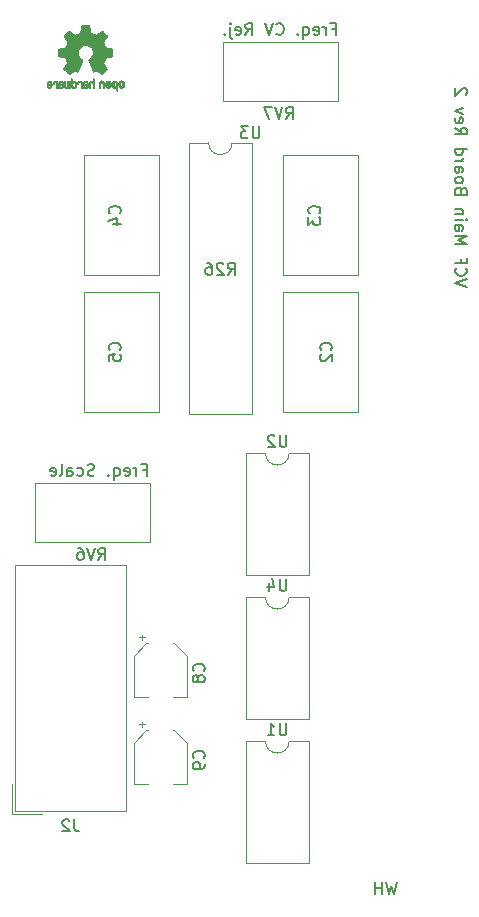
<source format=gbr>
G04 #@! TF.GenerationSoftware,KiCad,Pcbnew,(5.1.4-0-10_14)*
G04 #@! TF.CreationDate,2019-10-08T20:57:53-07:00*
G04 #@! TF.ProjectId,VCF_Main,5643465f-4d61-4696-9e2e-6b696361645f,rev?*
G04 #@! TF.SameCoordinates,Original*
G04 #@! TF.FileFunction,Legend,Bot*
G04 #@! TF.FilePolarity,Positive*
%FSLAX46Y46*%
G04 Gerber Fmt 4.6, Leading zero omitted, Abs format (unit mm)*
G04 Created by KiCad (PCBNEW (5.1.4-0-10_14)) date 2019-10-08 20:57:53*
%MOMM*%
%LPD*%
G04 APERTURE LIST*
%ADD10C,0.150000*%
%ADD11C,0.010000*%
%ADD12C,0.120000*%
G04 APERTURE END LIST*
D10*
X77755285Y-121467571D02*
X78088619Y-121467571D01*
X78088619Y-121991380D02*
X78088619Y-120991380D01*
X77612428Y-120991380D01*
X77231476Y-121991380D02*
X77231476Y-121324714D01*
X77231476Y-121515190D02*
X77183857Y-121419952D01*
X77136238Y-121372333D01*
X77041000Y-121324714D01*
X76945761Y-121324714D01*
X76231476Y-121943761D02*
X76326714Y-121991380D01*
X76517190Y-121991380D01*
X76612428Y-121943761D01*
X76660047Y-121848523D01*
X76660047Y-121467571D01*
X76612428Y-121372333D01*
X76517190Y-121324714D01*
X76326714Y-121324714D01*
X76231476Y-121372333D01*
X76183857Y-121467571D01*
X76183857Y-121562809D01*
X76660047Y-121658047D01*
X75326714Y-121324714D02*
X75326714Y-122324714D01*
X75326714Y-121943761D02*
X75421952Y-121991380D01*
X75612428Y-121991380D01*
X75707666Y-121943761D01*
X75755285Y-121896142D01*
X75802904Y-121800904D01*
X75802904Y-121515190D01*
X75755285Y-121419952D01*
X75707666Y-121372333D01*
X75612428Y-121324714D01*
X75421952Y-121324714D01*
X75326714Y-121372333D01*
X74850523Y-121896142D02*
X74802904Y-121943761D01*
X74850523Y-121991380D01*
X74898142Y-121943761D01*
X74850523Y-121896142D01*
X74850523Y-121991380D01*
X73660047Y-121943761D02*
X73517190Y-121991380D01*
X73279095Y-121991380D01*
X73183857Y-121943761D01*
X73136238Y-121896142D01*
X73088619Y-121800904D01*
X73088619Y-121705666D01*
X73136238Y-121610428D01*
X73183857Y-121562809D01*
X73279095Y-121515190D01*
X73469571Y-121467571D01*
X73564809Y-121419952D01*
X73612428Y-121372333D01*
X73660047Y-121277095D01*
X73660047Y-121181857D01*
X73612428Y-121086619D01*
X73564809Y-121039000D01*
X73469571Y-120991380D01*
X73231476Y-120991380D01*
X73088619Y-121039000D01*
X72231476Y-121943761D02*
X72326714Y-121991380D01*
X72517190Y-121991380D01*
X72612428Y-121943761D01*
X72660047Y-121896142D01*
X72707666Y-121800904D01*
X72707666Y-121515190D01*
X72660047Y-121419952D01*
X72612428Y-121372333D01*
X72517190Y-121324714D01*
X72326714Y-121324714D01*
X72231476Y-121372333D01*
X71374333Y-121991380D02*
X71374333Y-121467571D01*
X71421952Y-121372333D01*
X71517190Y-121324714D01*
X71707666Y-121324714D01*
X71802904Y-121372333D01*
X71374333Y-121943761D02*
X71469571Y-121991380D01*
X71707666Y-121991380D01*
X71802904Y-121943761D01*
X71850523Y-121848523D01*
X71850523Y-121753285D01*
X71802904Y-121658047D01*
X71707666Y-121610428D01*
X71469571Y-121610428D01*
X71374333Y-121562809D01*
X70755285Y-121991380D02*
X70850523Y-121943761D01*
X70898142Y-121848523D01*
X70898142Y-120991380D01*
X69993380Y-121943761D02*
X70088619Y-121991380D01*
X70279095Y-121991380D01*
X70374333Y-121943761D01*
X70421952Y-121848523D01*
X70421952Y-121467571D01*
X70374333Y-121372333D01*
X70279095Y-121324714D01*
X70088619Y-121324714D01*
X69993380Y-121372333D01*
X69945761Y-121467571D01*
X69945761Y-121562809D01*
X70421952Y-121658047D01*
X93788952Y-84129571D02*
X94122285Y-84129571D01*
X94122285Y-84653380D02*
X94122285Y-83653380D01*
X93646095Y-83653380D01*
X93265142Y-84653380D02*
X93265142Y-83986714D01*
X93265142Y-84177190D02*
X93217523Y-84081952D01*
X93169904Y-84034333D01*
X93074666Y-83986714D01*
X92979428Y-83986714D01*
X92265142Y-84605761D02*
X92360380Y-84653380D01*
X92550857Y-84653380D01*
X92646095Y-84605761D01*
X92693714Y-84510523D01*
X92693714Y-84129571D01*
X92646095Y-84034333D01*
X92550857Y-83986714D01*
X92360380Y-83986714D01*
X92265142Y-84034333D01*
X92217523Y-84129571D01*
X92217523Y-84224809D01*
X92693714Y-84320047D01*
X91360380Y-83986714D02*
X91360380Y-84986714D01*
X91360380Y-84605761D02*
X91455619Y-84653380D01*
X91646095Y-84653380D01*
X91741333Y-84605761D01*
X91788952Y-84558142D01*
X91836571Y-84462904D01*
X91836571Y-84177190D01*
X91788952Y-84081952D01*
X91741333Y-84034333D01*
X91646095Y-83986714D01*
X91455619Y-83986714D01*
X91360380Y-84034333D01*
X90884190Y-84558142D02*
X90836571Y-84605761D01*
X90884190Y-84653380D01*
X90931809Y-84605761D01*
X90884190Y-84558142D01*
X90884190Y-84653380D01*
X89074666Y-84558142D02*
X89122285Y-84605761D01*
X89265142Y-84653380D01*
X89360380Y-84653380D01*
X89503238Y-84605761D01*
X89598476Y-84510523D01*
X89646095Y-84415285D01*
X89693714Y-84224809D01*
X89693714Y-84081952D01*
X89646095Y-83891476D01*
X89598476Y-83796238D01*
X89503238Y-83701000D01*
X89360380Y-83653380D01*
X89265142Y-83653380D01*
X89122285Y-83701000D01*
X89074666Y-83748619D01*
X88788952Y-83653380D02*
X88455619Y-84653380D01*
X88122285Y-83653380D01*
X86455619Y-84653380D02*
X86788952Y-84177190D01*
X87027047Y-84653380D02*
X87027047Y-83653380D01*
X86646095Y-83653380D01*
X86550857Y-83701000D01*
X86503238Y-83748619D01*
X86455619Y-83843857D01*
X86455619Y-83986714D01*
X86503238Y-84081952D01*
X86550857Y-84129571D01*
X86646095Y-84177190D01*
X87027047Y-84177190D01*
X85646095Y-84605761D02*
X85741333Y-84653380D01*
X85931809Y-84653380D01*
X86027047Y-84605761D01*
X86074666Y-84510523D01*
X86074666Y-84129571D01*
X86027047Y-84034333D01*
X85931809Y-83986714D01*
X85741333Y-83986714D01*
X85646095Y-84034333D01*
X85598476Y-84129571D01*
X85598476Y-84224809D01*
X86074666Y-84320047D01*
X85169904Y-83986714D02*
X85169904Y-84843857D01*
X85217523Y-84939095D01*
X85312761Y-84986714D01*
X85360380Y-84986714D01*
X85169904Y-83653380D02*
X85217523Y-83701000D01*
X85169904Y-83748619D01*
X85122285Y-83701000D01*
X85169904Y-83653380D01*
X85169904Y-83748619D01*
X84693714Y-84558142D02*
X84646095Y-84605761D01*
X84693714Y-84653380D01*
X84741333Y-84605761D01*
X84693714Y-84558142D01*
X84693714Y-84653380D01*
X99250380Y-156424380D02*
X99012285Y-157424380D01*
X98821809Y-156710095D01*
X98631333Y-157424380D01*
X98393238Y-156424380D01*
X98012285Y-157424380D02*
X98012285Y-156424380D01*
X98012285Y-156900571D02*
X97440857Y-156900571D01*
X97440857Y-157424380D02*
X97440857Y-156424380D01*
X105195619Y-105988380D02*
X104195619Y-105655047D01*
X105195619Y-105321714D01*
X104290857Y-104416952D02*
X104243238Y-104464571D01*
X104195619Y-104607428D01*
X104195619Y-104702666D01*
X104243238Y-104845523D01*
X104338476Y-104940761D01*
X104433714Y-104988380D01*
X104624190Y-105036000D01*
X104767047Y-105036000D01*
X104957523Y-104988380D01*
X105052761Y-104940761D01*
X105148000Y-104845523D01*
X105195619Y-104702666D01*
X105195619Y-104607428D01*
X105148000Y-104464571D01*
X105100380Y-104416952D01*
X104719428Y-103655047D02*
X104719428Y-103988380D01*
X104195619Y-103988380D02*
X105195619Y-103988380D01*
X105195619Y-103512190D01*
X104195619Y-102369333D02*
X105195619Y-102369333D01*
X104481333Y-102036000D01*
X105195619Y-101702666D01*
X104195619Y-101702666D01*
X104195619Y-100797904D02*
X104719428Y-100797904D01*
X104814666Y-100845523D01*
X104862285Y-100940761D01*
X104862285Y-101131238D01*
X104814666Y-101226476D01*
X104243238Y-100797904D02*
X104195619Y-100893142D01*
X104195619Y-101131238D01*
X104243238Y-101226476D01*
X104338476Y-101274095D01*
X104433714Y-101274095D01*
X104528952Y-101226476D01*
X104576571Y-101131238D01*
X104576571Y-100893142D01*
X104624190Y-100797904D01*
X104195619Y-100321714D02*
X104862285Y-100321714D01*
X105195619Y-100321714D02*
X105148000Y-100369333D01*
X105100380Y-100321714D01*
X105148000Y-100274095D01*
X105195619Y-100321714D01*
X105100380Y-100321714D01*
X104862285Y-99845523D02*
X104195619Y-99845523D01*
X104767047Y-99845523D02*
X104814666Y-99797904D01*
X104862285Y-99702666D01*
X104862285Y-99559809D01*
X104814666Y-99464571D01*
X104719428Y-99416952D01*
X104195619Y-99416952D01*
X104719428Y-97845523D02*
X104671809Y-97702666D01*
X104624190Y-97655047D01*
X104528952Y-97607428D01*
X104386095Y-97607428D01*
X104290857Y-97655047D01*
X104243238Y-97702666D01*
X104195619Y-97797904D01*
X104195619Y-98178857D01*
X105195619Y-98178857D01*
X105195619Y-97845523D01*
X105148000Y-97750285D01*
X105100380Y-97702666D01*
X105005142Y-97655047D01*
X104909904Y-97655047D01*
X104814666Y-97702666D01*
X104767047Y-97750285D01*
X104719428Y-97845523D01*
X104719428Y-98178857D01*
X104195619Y-97036000D02*
X104243238Y-97131238D01*
X104290857Y-97178857D01*
X104386095Y-97226476D01*
X104671809Y-97226476D01*
X104767047Y-97178857D01*
X104814666Y-97131238D01*
X104862285Y-97036000D01*
X104862285Y-96893142D01*
X104814666Y-96797904D01*
X104767047Y-96750285D01*
X104671809Y-96702666D01*
X104386095Y-96702666D01*
X104290857Y-96750285D01*
X104243238Y-96797904D01*
X104195619Y-96893142D01*
X104195619Y-97036000D01*
X104195619Y-95845523D02*
X104719428Y-95845523D01*
X104814666Y-95893142D01*
X104862285Y-95988380D01*
X104862285Y-96178857D01*
X104814666Y-96274095D01*
X104243238Y-95845523D02*
X104195619Y-95940761D01*
X104195619Y-96178857D01*
X104243238Y-96274095D01*
X104338476Y-96321714D01*
X104433714Y-96321714D01*
X104528952Y-96274095D01*
X104576571Y-96178857D01*
X104576571Y-95940761D01*
X104624190Y-95845523D01*
X104195619Y-95369333D02*
X104862285Y-95369333D01*
X104671809Y-95369333D02*
X104767047Y-95321714D01*
X104814666Y-95274095D01*
X104862285Y-95178857D01*
X104862285Y-95083619D01*
X104195619Y-94321714D02*
X105195619Y-94321714D01*
X104243238Y-94321714D02*
X104195619Y-94416952D01*
X104195619Y-94607428D01*
X104243238Y-94702666D01*
X104290857Y-94750285D01*
X104386095Y-94797904D01*
X104671809Y-94797904D01*
X104767047Y-94750285D01*
X104814666Y-94702666D01*
X104862285Y-94607428D01*
X104862285Y-94416952D01*
X104814666Y-94321714D01*
X104195619Y-92512190D02*
X104671809Y-92845523D01*
X104195619Y-93083619D02*
X105195619Y-93083619D01*
X105195619Y-92702666D01*
X105148000Y-92607428D01*
X105100380Y-92559809D01*
X105005142Y-92512190D01*
X104862285Y-92512190D01*
X104767047Y-92559809D01*
X104719428Y-92607428D01*
X104671809Y-92702666D01*
X104671809Y-93083619D01*
X104243238Y-91702666D02*
X104195619Y-91797904D01*
X104195619Y-91988380D01*
X104243238Y-92083619D01*
X104338476Y-92131238D01*
X104719428Y-92131238D01*
X104814666Y-92083619D01*
X104862285Y-91988380D01*
X104862285Y-91797904D01*
X104814666Y-91702666D01*
X104719428Y-91655047D01*
X104624190Y-91655047D01*
X104528952Y-92131238D01*
X104862285Y-91321714D02*
X104195619Y-91083619D01*
X104862285Y-90845523D01*
X105100380Y-89750285D02*
X105148000Y-89702666D01*
X105195619Y-89607428D01*
X105195619Y-89369333D01*
X105148000Y-89274095D01*
X105100380Y-89226476D01*
X105005142Y-89178857D01*
X104909904Y-89178857D01*
X104767047Y-89226476D01*
X104195619Y-89797904D01*
X104195619Y-89178857D01*
D11*
G36*
X72794090Y-83856348D02*
G01*
X72715546Y-83856778D01*
X72658702Y-83857942D01*
X72619895Y-83860207D01*
X72595462Y-83863940D01*
X72581738Y-83869506D01*
X72575060Y-83877273D01*
X72571764Y-83887605D01*
X72571444Y-83888943D01*
X72566438Y-83913079D01*
X72557171Y-83960701D01*
X72544608Y-84026741D01*
X72529713Y-84106128D01*
X72513449Y-84193796D01*
X72512881Y-84196875D01*
X72496590Y-84282789D01*
X72481348Y-84358696D01*
X72468139Y-84420045D01*
X72457946Y-84462282D01*
X72451752Y-84480855D01*
X72451457Y-84481184D01*
X72433212Y-84490253D01*
X72395595Y-84505367D01*
X72346729Y-84523262D01*
X72346457Y-84523358D01*
X72284907Y-84546493D01*
X72212343Y-84575965D01*
X72143943Y-84605597D01*
X72140706Y-84607062D01*
X72029298Y-84657626D01*
X71782601Y-84489160D01*
X71706923Y-84437803D01*
X71638369Y-84391889D01*
X71580912Y-84354030D01*
X71538524Y-84326837D01*
X71515175Y-84312921D01*
X71512958Y-84311889D01*
X71495990Y-84316484D01*
X71464299Y-84338655D01*
X71416648Y-84379447D01*
X71351802Y-84439905D01*
X71285603Y-84504227D01*
X71221786Y-84567612D01*
X71164671Y-84625451D01*
X71117695Y-84674175D01*
X71084297Y-84710210D01*
X71067915Y-84729984D01*
X71067306Y-84731002D01*
X71065495Y-84744572D01*
X71072317Y-84766733D01*
X71089460Y-84800478D01*
X71118607Y-84848800D01*
X71161445Y-84914692D01*
X71218552Y-84999517D01*
X71269234Y-85074177D01*
X71314539Y-85141140D01*
X71351850Y-85196516D01*
X71378548Y-85236420D01*
X71392015Y-85256962D01*
X71392863Y-85258356D01*
X71391219Y-85278038D01*
X71378755Y-85316293D01*
X71357952Y-85365889D01*
X71350538Y-85381728D01*
X71318186Y-85452290D01*
X71283672Y-85532353D01*
X71255635Y-85601629D01*
X71235432Y-85653045D01*
X71219385Y-85692119D01*
X71210112Y-85712541D01*
X71208959Y-85714114D01*
X71191904Y-85716721D01*
X71151702Y-85723863D01*
X71093698Y-85734523D01*
X71023237Y-85747685D01*
X70945665Y-85762333D01*
X70866328Y-85777449D01*
X70790569Y-85792018D01*
X70723736Y-85805022D01*
X70671172Y-85815445D01*
X70638224Y-85822270D01*
X70630143Y-85824199D01*
X70621795Y-85828962D01*
X70615494Y-85839718D01*
X70610955Y-85860098D01*
X70607896Y-85893734D01*
X70606033Y-85944255D01*
X70605082Y-86015292D01*
X70604760Y-86110476D01*
X70604743Y-86149492D01*
X70604743Y-86466799D01*
X70680943Y-86481839D01*
X70723337Y-86489995D01*
X70786600Y-86501899D01*
X70863038Y-86516116D01*
X70944957Y-86531210D01*
X70967600Y-86535355D01*
X71043194Y-86550053D01*
X71109047Y-86564505D01*
X71159634Y-86577375D01*
X71189426Y-86587322D01*
X71194388Y-86590287D01*
X71206574Y-86611283D01*
X71224047Y-86651967D01*
X71243423Y-86704322D01*
X71247266Y-86715600D01*
X71272661Y-86785523D01*
X71304183Y-86864418D01*
X71335031Y-86935266D01*
X71335183Y-86935595D01*
X71386553Y-87046733D01*
X71217601Y-87295253D01*
X71048648Y-87543772D01*
X71265571Y-87761058D01*
X71331181Y-87825726D01*
X71391021Y-87882733D01*
X71441733Y-87929033D01*
X71479954Y-87961584D01*
X71502325Y-87977343D01*
X71505534Y-87978343D01*
X71524374Y-87970469D01*
X71562820Y-87948578D01*
X71616670Y-87915267D01*
X71681724Y-87873131D01*
X71752060Y-87825943D01*
X71823445Y-87777810D01*
X71887092Y-87735928D01*
X71938959Y-87702871D01*
X71975005Y-87681218D01*
X71991133Y-87673543D01*
X72010811Y-87680037D01*
X72048125Y-87697150D01*
X72095379Y-87721326D01*
X72100388Y-87724013D01*
X72164023Y-87755927D01*
X72207659Y-87771579D01*
X72234798Y-87771745D01*
X72248943Y-87757204D01*
X72249025Y-87757000D01*
X72256095Y-87739779D01*
X72272958Y-87698899D01*
X72298305Y-87637525D01*
X72330829Y-87558819D01*
X72369222Y-87465947D01*
X72412178Y-87362072D01*
X72453778Y-87261502D01*
X72499496Y-87150516D01*
X72541474Y-87047703D01*
X72578452Y-86956215D01*
X72609173Y-86879201D01*
X72632378Y-86819815D01*
X72646810Y-86781209D01*
X72651257Y-86766800D01*
X72640104Y-86750272D01*
X72610931Y-86723930D01*
X72572029Y-86694887D01*
X72461243Y-86603039D01*
X72374649Y-86497759D01*
X72313284Y-86381266D01*
X72278185Y-86255776D01*
X72270392Y-86123507D01*
X72276057Y-86062457D01*
X72306922Y-85935795D01*
X72360080Y-85823941D01*
X72432233Y-85728001D01*
X72520083Y-85649076D01*
X72620335Y-85588270D01*
X72729690Y-85546687D01*
X72844853Y-85525428D01*
X72962525Y-85525599D01*
X73079410Y-85548301D01*
X73192211Y-85594638D01*
X73297631Y-85665713D01*
X73341632Y-85705911D01*
X73426021Y-85809129D01*
X73484778Y-85921925D01*
X73518296Y-86041010D01*
X73526965Y-86163095D01*
X73511177Y-86284893D01*
X73471322Y-86403116D01*
X73407793Y-86514475D01*
X73320979Y-86615684D01*
X73223971Y-86694887D01*
X73183563Y-86725162D01*
X73155018Y-86751219D01*
X73144743Y-86766825D01*
X73150123Y-86783843D01*
X73165425Y-86824500D01*
X73189388Y-86885642D01*
X73220756Y-86964119D01*
X73258268Y-87056780D01*
X73300667Y-87160472D01*
X73342337Y-87261526D01*
X73388310Y-87372607D01*
X73430893Y-87475541D01*
X73468779Y-87567165D01*
X73500660Y-87644316D01*
X73525229Y-87703831D01*
X73541180Y-87742544D01*
X73547090Y-87757000D01*
X73561052Y-87771685D01*
X73588060Y-87771642D01*
X73631587Y-87756099D01*
X73695110Y-87724284D01*
X73695612Y-87724013D01*
X73743440Y-87699323D01*
X73782103Y-87681338D01*
X73803905Y-87673614D01*
X73804867Y-87673543D01*
X73821279Y-87681378D01*
X73857513Y-87703165D01*
X73909526Y-87736328D01*
X73973275Y-87778291D01*
X74043940Y-87825943D01*
X74115884Y-87874191D01*
X74180726Y-87916151D01*
X74234265Y-87949227D01*
X74272303Y-87970821D01*
X74290467Y-87978343D01*
X74307192Y-87968457D01*
X74340820Y-87940826D01*
X74387990Y-87898495D01*
X74445342Y-87844505D01*
X74509516Y-87781899D01*
X74530503Y-87760983D01*
X74747501Y-87543623D01*
X74582332Y-87301220D01*
X74532136Y-87226781D01*
X74488081Y-87159972D01*
X74452638Y-87104665D01*
X74428281Y-87064729D01*
X74417478Y-87044036D01*
X74417162Y-87042563D01*
X74422857Y-87023058D01*
X74438174Y-86983822D01*
X74460463Y-86931430D01*
X74476107Y-86896355D01*
X74505359Y-86829201D01*
X74532906Y-86761358D01*
X74554263Y-86704034D01*
X74560065Y-86686572D01*
X74576548Y-86639938D01*
X74592660Y-86603905D01*
X74601510Y-86590287D01*
X74621040Y-86581952D01*
X74663666Y-86570137D01*
X74723855Y-86556181D01*
X74796078Y-86541422D01*
X74828400Y-86535355D01*
X74910478Y-86520273D01*
X74989205Y-86505669D01*
X75056891Y-86492980D01*
X75105840Y-86483642D01*
X75115057Y-86481839D01*
X75191257Y-86466799D01*
X75191257Y-86149492D01*
X75191086Y-86045154D01*
X75190384Y-85966213D01*
X75188866Y-85909038D01*
X75186251Y-85869999D01*
X75182254Y-85845465D01*
X75176591Y-85831805D01*
X75168980Y-85825389D01*
X75165857Y-85824199D01*
X75147022Y-85819980D01*
X75105412Y-85811562D01*
X75046370Y-85799961D01*
X74975243Y-85786195D01*
X74897375Y-85771280D01*
X74818113Y-85756232D01*
X74742802Y-85742069D01*
X74676787Y-85729806D01*
X74625413Y-85720461D01*
X74594025Y-85715050D01*
X74587041Y-85714114D01*
X74580715Y-85701596D01*
X74566710Y-85668246D01*
X74547645Y-85620377D01*
X74540366Y-85601629D01*
X74511004Y-85529195D01*
X74476429Y-85449170D01*
X74445463Y-85381728D01*
X74422677Y-85330159D01*
X74407518Y-85287785D01*
X74402458Y-85261834D01*
X74403264Y-85258356D01*
X74413959Y-85241936D01*
X74438380Y-85205417D01*
X74473905Y-85152687D01*
X74517913Y-85087635D01*
X74567783Y-85014151D01*
X74577644Y-84999645D01*
X74635508Y-84913704D01*
X74678044Y-84848261D01*
X74706946Y-84800304D01*
X74723910Y-84766820D01*
X74730633Y-84744795D01*
X74728810Y-84731217D01*
X74728764Y-84731131D01*
X74714414Y-84713297D01*
X74682677Y-84678817D01*
X74636990Y-84631268D01*
X74580796Y-84574222D01*
X74517532Y-84511255D01*
X74510398Y-84504227D01*
X74430670Y-84427020D01*
X74369143Y-84370330D01*
X74324579Y-84333110D01*
X74295743Y-84314315D01*
X74283042Y-84311889D01*
X74264506Y-84322471D01*
X74226039Y-84346916D01*
X74171614Y-84382612D01*
X74105202Y-84426947D01*
X74030775Y-84477311D01*
X74013399Y-84489160D01*
X73766703Y-84657626D01*
X73655294Y-84607062D01*
X73587543Y-84577595D01*
X73514817Y-84547959D01*
X73452297Y-84524330D01*
X73449543Y-84523358D01*
X73400640Y-84505457D01*
X73362943Y-84490320D01*
X73344575Y-84481210D01*
X73344544Y-84481184D01*
X73338715Y-84464717D01*
X73328808Y-84424219D01*
X73315805Y-84364242D01*
X73300691Y-84289340D01*
X73284448Y-84204064D01*
X73283119Y-84196875D01*
X73266825Y-84109014D01*
X73251867Y-84029260D01*
X73239209Y-83962681D01*
X73229814Y-83914347D01*
X73224646Y-83889325D01*
X73224556Y-83888943D01*
X73221411Y-83878299D01*
X73215296Y-83870262D01*
X73202547Y-83864467D01*
X73179500Y-83860547D01*
X73142491Y-83858135D01*
X73087856Y-83856865D01*
X73011933Y-83856371D01*
X72911056Y-83856286D01*
X72898000Y-83856286D01*
X72794090Y-83856348D01*
X72794090Y-83856348D01*
G37*
X72794090Y-83856348D02*
X72715546Y-83856778D01*
X72658702Y-83857942D01*
X72619895Y-83860207D01*
X72595462Y-83863940D01*
X72581738Y-83869506D01*
X72575060Y-83877273D01*
X72571764Y-83887605D01*
X72571444Y-83888943D01*
X72566438Y-83913079D01*
X72557171Y-83960701D01*
X72544608Y-84026741D01*
X72529713Y-84106128D01*
X72513449Y-84193796D01*
X72512881Y-84196875D01*
X72496590Y-84282789D01*
X72481348Y-84358696D01*
X72468139Y-84420045D01*
X72457946Y-84462282D01*
X72451752Y-84480855D01*
X72451457Y-84481184D01*
X72433212Y-84490253D01*
X72395595Y-84505367D01*
X72346729Y-84523262D01*
X72346457Y-84523358D01*
X72284907Y-84546493D01*
X72212343Y-84575965D01*
X72143943Y-84605597D01*
X72140706Y-84607062D01*
X72029298Y-84657626D01*
X71782601Y-84489160D01*
X71706923Y-84437803D01*
X71638369Y-84391889D01*
X71580912Y-84354030D01*
X71538524Y-84326837D01*
X71515175Y-84312921D01*
X71512958Y-84311889D01*
X71495990Y-84316484D01*
X71464299Y-84338655D01*
X71416648Y-84379447D01*
X71351802Y-84439905D01*
X71285603Y-84504227D01*
X71221786Y-84567612D01*
X71164671Y-84625451D01*
X71117695Y-84674175D01*
X71084297Y-84710210D01*
X71067915Y-84729984D01*
X71067306Y-84731002D01*
X71065495Y-84744572D01*
X71072317Y-84766733D01*
X71089460Y-84800478D01*
X71118607Y-84848800D01*
X71161445Y-84914692D01*
X71218552Y-84999517D01*
X71269234Y-85074177D01*
X71314539Y-85141140D01*
X71351850Y-85196516D01*
X71378548Y-85236420D01*
X71392015Y-85256962D01*
X71392863Y-85258356D01*
X71391219Y-85278038D01*
X71378755Y-85316293D01*
X71357952Y-85365889D01*
X71350538Y-85381728D01*
X71318186Y-85452290D01*
X71283672Y-85532353D01*
X71255635Y-85601629D01*
X71235432Y-85653045D01*
X71219385Y-85692119D01*
X71210112Y-85712541D01*
X71208959Y-85714114D01*
X71191904Y-85716721D01*
X71151702Y-85723863D01*
X71093698Y-85734523D01*
X71023237Y-85747685D01*
X70945665Y-85762333D01*
X70866328Y-85777449D01*
X70790569Y-85792018D01*
X70723736Y-85805022D01*
X70671172Y-85815445D01*
X70638224Y-85822270D01*
X70630143Y-85824199D01*
X70621795Y-85828962D01*
X70615494Y-85839718D01*
X70610955Y-85860098D01*
X70607896Y-85893734D01*
X70606033Y-85944255D01*
X70605082Y-86015292D01*
X70604760Y-86110476D01*
X70604743Y-86149492D01*
X70604743Y-86466799D01*
X70680943Y-86481839D01*
X70723337Y-86489995D01*
X70786600Y-86501899D01*
X70863038Y-86516116D01*
X70944957Y-86531210D01*
X70967600Y-86535355D01*
X71043194Y-86550053D01*
X71109047Y-86564505D01*
X71159634Y-86577375D01*
X71189426Y-86587322D01*
X71194388Y-86590287D01*
X71206574Y-86611283D01*
X71224047Y-86651967D01*
X71243423Y-86704322D01*
X71247266Y-86715600D01*
X71272661Y-86785523D01*
X71304183Y-86864418D01*
X71335031Y-86935266D01*
X71335183Y-86935595D01*
X71386553Y-87046733D01*
X71217601Y-87295253D01*
X71048648Y-87543772D01*
X71265571Y-87761058D01*
X71331181Y-87825726D01*
X71391021Y-87882733D01*
X71441733Y-87929033D01*
X71479954Y-87961584D01*
X71502325Y-87977343D01*
X71505534Y-87978343D01*
X71524374Y-87970469D01*
X71562820Y-87948578D01*
X71616670Y-87915267D01*
X71681724Y-87873131D01*
X71752060Y-87825943D01*
X71823445Y-87777810D01*
X71887092Y-87735928D01*
X71938959Y-87702871D01*
X71975005Y-87681218D01*
X71991133Y-87673543D01*
X72010811Y-87680037D01*
X72048125Y-87697150D01*
X72095379Y-87721326D01*
X72100388Y-87724013D01*
X72164023Y-87755927D01*
X72207659Y-87771579D01*
X72234798Y-87771745D01*
X72248943Y-87757204D01*
X72249025Y-87757000D01*
X72256095Y-87739779D01*
X72272958Y-87698899D01*
X72298305Y-87637525D01*
X72330829Y-87558819D01*
X72369222Y-87465947D01*
X72412178Y-87362072D01*
X72453778Y-87261502D01*
X72499496Y-87150516D01*
X72541474Y-87047703D01*
X72578452Y-86956215D01*
X72609173Y-86879201D01*
X72632378Y-86819815D01*
X72646810Y-86781209D01*
X72651257Y-86766800D01*
X72640104Y-86750272D01*
X72610931Y-86723930D01*
X72572029Y-86694887D01*
X72461243Y-86603039D01*
X72374649Y-86497759D01*
X72313284Y-86381266D01*
X72278185Y-86255776D01*
X72270392Y-86123507D01*
X72276057Y-86062457D01*
X72306922Y-85935795D01*
X72360080Y-85823941D01*
X72432233Y-85728001D01*
X72520083Y-85649076D01*
X72620335Y-85588270D01*
X72729690Y-85546687D01*
X72844853Y-85525428D01*
X72962525Y-85525599D01*
X73079410Y-85548301D01*
X73192211Y-85594638D01*
X73297631Y-85665713D01*
X73341632Y-85705911D01*
X73426021Y-85809129D01*
X73484778Y-85921925D01*
X73518296Y-86041010D01*
X73526965Y-86163095D01*
X73511177Y-86284893D01*
X73471322Y-86403116D01*
X73407793Y-86514475D01*
X73320979Y-86615684D01*
X73223971Y-86694887D01*
X73183563Y-86725162D01*
X73155018Y-86751219D01*
X73144743Y-86766825D01*
X73150123Y-86783843D01*
X73165425Y-86824500D01*
X73189388Y-86885642D01*
X73220756Y-86964119D01*
X73258268Y-87056780D01*
X73300667Y-87160472D01*
X73342337Y-87261526D01*
X73388310Y-87372607D01*
X73430893Y-87475541D01*
X73468779Y-87567165D01*
X73500660Y-87644316D01*
X73525229Y-87703831D01*
X73541180Y-87742544D01*
X73547090Y-87757000D01*
X73561052Y-87771685D01*
X73588060Y-87771642D01*
X73631587Y-87756099D01*
X73695110Y-87724284D01*
X73695612Y-87724013D01*
X73743440Y-87699323D01*
X73782103Y-87681338D01*
X73803905Y-87673614D01*
X73804867Y-87673543D01*
X73821279Y-87681378D01*
X73857513Y-87703165D01*
X73909526Y-87736328D01*
X73973275Y-87778291D01*
X74043940Y-87825943D01*
X74115884Y-87874191D01*
X74180726Y-87916151D01*
X74234265Y-87949227D01*
X74272303Y-87970821D01*
X74290467Y-87978343D01*
X74307192Y-87968457D01*
X74340820Y-87940826D01*
X74387990Y-87898495D01*
X74445342Y-87844505D01*
X74509516Y-87781899D01*
X74530503Y-87760983D01*
X74747501Y-87543623D01*
X74582332Y-87301220D01*
X74532136Y-87226781D01*
X74488081Y-87159972D01*
X74452638Y-87104665D01*
X74428281Y-87064729D01*
X74417478Y-87044036D01*
X74417162Y-87042563D01*
X74422857Y-87023058D01*
X74438174Y-86983822D01*
X74460463Y-86931430D01*
X74476107Y-86896355D01*
X74505359Y-86829201D01*
X74532906Y-86761358D01*
X74554263Y-86704034D01*
X74560065Y-86686572D01*
X74576548Y-86639938D01*
X74592660Y-86603905D01*
X74601510Y-86590287D01*
X74621040Y-86581952D01*
X74663666Y-86570137D01*
X74723855Y-86556181D01*
X74796078Y-86541422D01*
X74828400Y-86535355D01*
X74910478Y-86520273D01*
X74989205Y-86505669D01*
X75056891Y-86492980D01*
X75105840Y-86483642D01*
X75115057Y-86481839D01*
X75191257Y-86466799D01*
X75191257Y-86149492D01*
X75191086Y-86045154D01*
X75190384Y-85966213D01*
X75188866Y-85909038D01*
X75186251Y-85869999D01*
X75182254Y-85845465D01*
X75176591Y-85831805D01*
X75168980Y-85825389D01*
X75165857Y-85824199D01*
X75147022Y-85819980D01*
X75105412Y-85811562D01*
X75046370Y-85799961D01*
X74975243Y-85786195D01*
X74897375Y-85771280D01*
X74818113Y-85756232D01*
X74742802Y-85742069D01*
X74676787Y-85729806D01*
X74625413Y-85720461D01*
X74594025Y-85715050D01*
X74587041Y-85714114D01*
X74580715Y-85701596D01*
X74566710Y-85668246D01*
X74547645Y-85620377D01*
X74540366Y-85601629D01*
X74511004Y-85529195D01*
X74476429Y-85449170D01*
X74445463Y-85381728D01*
X74422677Y-85330159D01*
X74407518Y-85287785D01*
X74402458Y-85261834D01*
X74403264Y-85258356D01*
X74413959Y-85241936D01*
X74438380Y-85205417D01*
X74473905Y-85152687D01*
X74517913Y-85087635D01*
X74567783Y-85014151D01*
X74577644Y-84999645D01*
X74635508Y-84913704D01*
X74678044Y-84848261D01*
X74706946Y-84800304D01*
X74723910Y-84766820D01*
X74730633Y-84744795D01*
X74728810Y-84731217D01*
X74728764Y-84731131D01*
X74714414Y-84713297D01*
X74682677Y-84678817D01*
X74636990Y-84631268D01*
X74580796Y-84574222D01*
X74517532Y-84511255D01*
X74510398Y-84504227D01*
X74430670Y-84427020D01*
X74369143Y-84370330D01*
X74324579Y-84333110D01*
X74295743Y-84314315D01*
X74283042Y-84311889D01*
X74264506Y-84322471D01*
X74226039Y-84346916D01*
X74171614Y-84382612D01*
X74105202Y-84426947D01*
X74030775Y-84477311D01*
X74013399Y-84489160D01*
X73766703Y-84657626D01*
X73655294Y-84607062D01*
X73587543Y-84577595D01*
X73514817Y-84547959D01*
X73452297Y-84524330D01*
X73449543Y-84523358D01*
X73400640Y-84505457D01*
X73362943Y-84490320D01*
X73344575Y-84481210D01*
X73344544Y-84481184D01*
X73338715Y-84464717D01*
X73328808Y-84424219D01*
X73315805Y-84364242D01*
X73300691Y-84289340D01*
X73284448Y-84204064D01*
X73283119Y-84196875D01*
X73266825Y-84109014D01*
X73251867Y-84029260D01*
X73239209Y-83962681D01*
X73229814Y-83914347D01*
X73224646Y-83889325D01*
X73224556Y-83888943D01*
X73221411Y-83878299D01*
X73215296Y-83870262D01*
X73202547Y-83864467D01*
X73179500Y-83860547D01*
X73142491Y-83858135D01*
X73087856Y-83856865D01*
X73011933Y-83856371D01*
X72911056Y-83856286D01*
X72898000Y-83856286D01*
X72794090Y-83856348D01*
G36*
X69744405Y-88580966D02*
G01*
X69686979Y-88618497D01*
X69659281Y-88652096D01*
X69637338Y-88713064D01*
X69635595Y-88761308D01*
X69639543Y-88825816D01*
X69788314Y-88890934D01*
X69860651Y-88924202D01*
X69907916Y-88950964D01*
X69932493Y-88974144D01*
X69936763Y-88996667D01*
X69923111Y-89021455D01*
X69908057Y-89037886D01*
X69864254Y-89064235D01*
X69816611Y-89066081D01*
X69772855Y-89045546D01*
X69740711Y-89004752D01*
X69734962Y-88990347D01*
X69707424Y-88945356D01*
X69675742Y-88926182D01*
X69632286Y-88909779D01*
X69632286Y-88971966D01*
X69636128Y-89014283D01*
X69651177Y-89049969D01*
X69682720Y-89090943D01*
X69687408Y-89096267D01*
X69722494Y-89132720D01*
X69752653Y-89152283D01*
X69790385Y-89161283D01*
X69821665Y-89164230D01*
X69877615Y-89164965D01*
X69917445Y-89155660D01*
X69942292Y-89141846D01*
X69981344Y-89111467D01*
X70008375Y-89078613D01*
X70025483Y-89037294D01*
X70034762Y-88981521D01*
X70038307Y-88905305D01*
X70038590Y-88866622D01*
X70037628Y-88820247D01*
X69949993Y-88820247D01*
X69948977Y-88845126D01*
X69946444Y-88849200D01*
X69929726Y-88843665D01*
X69893751Y-88829017D01*
X69845669Y-88808190D01*
X69835614Y-88803714D01*
X69774848Y-88772814D01*
X69741368Y-88745657D01*
X69734010Y-88720220D01*
X69751609Y-88694481D01*
X69766144Y-88683109D01*
X69818590Y-88660364D01*
X69867678Y-88664122D01*
X69908773Y-88691884D01*
X69937242Y-88741152D01*
X69946369Y-88780257D01*
X69949993Y-88820247D01*
X70037628Y-88820247D01*
X70036715Y-88776249D01*
X70029804Y-88709384D01*
X70016116Y-88660695D01*
X69993904Y-88624849D01*
X69961426Y-88596513D01*
X69947267Y-88587355D01*
X69882947Y-88563507D01*
X69812527Y-88562006D01*
X69744405Y-88580966D01*
X69744405Y-88580966D01*
G37*
X69744405Y-88580966D02*
X69686979Y-88618497D01*
X69659281Y-88652096D01*
X69637338Y-88713064D01*
X69635595Y-88761308D01*
X69639543Y-88825816D01*
X69788314Y-88890934D01*
X69860651Y-88924202D01*
X69907916Y-88950964D01*
X69932493Y-88974144D01*
X69936763Y-88996667D01*
X69923111Y-89021455D01*
X69908057Y-89037886D01*
X69864254Y-89064235D01*
X69816611Y-89066081D01*
X69772855Y-89045546D01*
X69740711Y-89004752D01*
X69734962Y-88990347D01*
X69707424Y-88945356D01*
X69675742Y-88926182D01*
X69632286Y-88909779D01*
X69632286Y-88971966D01*
X69636128Y-89014283D01*
X69651177Y-89049969D01*
X69682720Y-89090943D01*
X69687408Y-89096267D01*
X69722494Y-89132720D01*
X69752653Y-89152283D01*
X69790385Y-89161283D01*
X69821665Y-89164230D01*
X69877615Y-89164965D01*
X69917445Y-89155660D01*
X69942292Y-89141846D01*
X69981344Y-89111467D01*
X70008375Y-89078613D01*
X70025483Y-89037294D01*
X70034762Y-88981521D01*
X70038307Y-88905305D01*
X70038590Y-88866622D01*
X70037628Y-88820247D01*
X69949993Y-88820247D01*
X69948977Y-88845126D01*
X69946444Y-88849200D01*
X69929726Y-88843665D01*
X69893751Y-88829017D01*
X69845669Y-88808190D01*
X69835614Y-88803714D01*
X69774848Y-88772814D01*
X69741368Y-88745657D01*
X69734010Y-88720220D01*
X69751609Y-88694481D01*
X69766144Y-88683109D01*
X69818590Y-88660364D01*
X69867678Y-88664122D01*
X69908773Y-88691884D01*
X69937242Y-88741152D01*
X69946369Y-88780257D01*
X69949993Y-88820247D01*
X70037628Y-88820247D01*
X70036715Y-88776249D01*
X70029804Y-88709384D01*
X70016116Y-88660695D01*
X69993904Y-88624849D01*
X69961426Y-88596513D01*
X69947267Y-88587355D01*
X69882947Y-88563507D01*
X69812527Y-88562006D01*
X69744405Y-88580966D01*
G36*
X70245400Y-88572752D02*
G01*
X70228052Y-88580334D01*
X70186644Y-88613128D01*
X70151235Y-88660547D01*
X70129336Y-88711151D01*
X70125771Y-88736098D01*
X70137721Y-88770927D01*
X70163933Y-88789357D01*
X70192036Y-88800516D01*
X70204905Y-88802572D01*
X70211171Y-88787649D01*
X70223544Y-88755175D01*
X70228972Y-88740502D01*
X70259410Y-88689744D01*
X70303480Y-88664427D01*
X70359990Y-88665206D01*
X70364175Y-88666203D01*
X70394345Y-88680507D01*
X70416524Y-88708393D01*
X70431673Y-88753287D01*
X70440750Y-88818615D01*
X70444714Y-88907804D01*
X70445086Y-88955261D01*
X70445270Y-89030071D01*
X70446478Y-89081069D01*
X70449691Y-89113471D01*
X70455891Y-89132495D01*
X70466060Y-89143356D01*
X70481181Y-89151272D01*
X70482054Y-89151670D01*
X70511172Y-89163981D01*
X70525597Y-89168514D01*
X70527814Y-89154809D01*
X70529711Y-89116925D01*
X70531153Y-89059715D01*
X70532002Y-88988027D01*
X70532171Y-88935565D01*
X70531308Y-88834047D01*
X70527930Y-88757032D01*
X70520858Y-88700023D01*
X70508912Y-88658526D01*
X70490910Y-88628043D01*
X70465673Y-88604080D01*
X70440753Y-88587355D01*
X70380829Y-88565097D01*
X70311089Y-88560076D01*
X70245400Y-88572752D01*
X70245400Y-88572752D01*
G37*
X70245400Y-88572752D02*
X70228052Y-88580334D01*
X70186644Y-88613128D01*
X70151235Y-88660547D01*
X70129336Y-88711151D01*
X70125771Y-88736098D01*
X70137721Y-88770927D01*
X70163933Y-88789357D01*
X70192036Y-88800516D01*
X70204905Y-88802572D01*
X70211171Y-88787649D01*
X70223544Y-88755175D01*
X70228972Y-88740502D01*
X70259410Y-88689744D01*
X70303480Y-88664427D01*
X70359990Y-88665206D01*
X70364175Y-88666203D01*
X70394345Y-88680507D01*
X70416524Y-88708393D01*
X70431673Y-88753287D01*
X70440750Y-88818615D01*
X70444714Y-88907804D01*
X70445086Y-88955261D01*
X70445270Y-89030071D01*
X70446478Y-89081069D01*
X70449691Y-89113471D01*
X70455891Y-89132495D01*
X70466060Y-89143356D01*
X70481181Y-89151272D01*
X70482054Y-89151670D01*
X70511172Y-89163981D01*
X70525597Y-89168514D01*
X70527814Y-89154809D01*
X70529711Y-89116925D01*
X70531153Y-89059715D01*
X70532002Y-88988027D01*
X70532171Y-88935565D01*
X70531308Y-88834047D01*
X70527930Y-88757032D01*
X70520858Y-88700023D01*
X70508912Y-88658526D01*
X70490910Y-88628043D01*
X70465673Y-88604080D01*
X70440753Y-88587355D01*
X70380829Y-88565097D01*
X70311089Y-88560076D01*
X70245400Y-88572752D01*
G36*
X70753124Y-88570335D02*
G01*
X70711333Y-88589344D01*
X70678531Y-88612378D01*
X70654497Y-88638133D01*
X70637903Y-88671358D01*
X70627423Y-88716800D01*
X70621729Y-88779207D01*
X70619493Y-88863327D01*
X70619257Y-88918721D01*
X70619257Y-89134826D01*
X70656226Y-89151670D01*
X70685344Y-89163981D01*
X70699769Y-89168514D01*
X70702528Y-89155025D01*
X70704718Y-89118653D01*
X70706058Y-89065542D01*
X70706343Y-89023372D01*
X70707566Y-88962447D01*
X70710864Y-88914115D01*
X70715679Y-88884518D01*
X70719504Y-88878229D01*
X70745217Y-88884652D01*
X70785582Y-88901125D01*
X70832321Y-88923458D01*
X70877155Y-88947457D01*
X70911807Y-88968930D01*
X70927998Y-88983685D01*
X70928062Y-88983845D01*
X70926670Y-89011152D01*
X70914182Y-89037219D01*
X70892257Y-89058392D01*
X70860257Y-89065474D01*
X70832908Y-89064649D01*
X70794174Y-89064042D01*
X70773842Y-89073116D01*
X70761631Y-89097092D01*
X70760091Y-89101613D01*
X70754797Y-89135806D01*
X70768953Y-89156568D01*
X70805852Y-89166462D01*
X70845711Y-89168292D01*
X70917438Y-89154727D01*
X70954568Y-89135355D01*
X71000424Y-89089845D01*
X71024744Y-89033983D01*
X71026927Y-88974957D01*
X71006371Y-88919953D01*
X70975451Y-88885486D01*
X70944580Y-88866189D01*
X70896058Y-88841759D01*
X70839515Y-88816985D01*
X70830090Y-88813199D01*
X70767981Y-88785791D01*
X70732178Y-88761634D01*
X70720663Y-88737619D01*
X70731420Y-88710635D01*
X70749886Y-88689543D01*
X70793531Y-88663572D01*
X70841554Y-88661624D01*
X70885594Y-88681637D01*
X70917291Y-88721551D01*
X70921451Y-88731848D01*
X70945673Y-88769724D01*
X70981035Y-88797842D01*
X71025657Y-88820917D01*
X71025657Y-88755485D01*
X71023031Y-88715506D01*
X71011770Y-88683997D01*
X70986801Y-88650378D01*
X70962831Y-88624484D01*
X70925559Y-88587817D01*
X70896599Y-88568121D01*
X70865495Y-88560220D01*
X70830287Y-88558914D01*
X70753124Y-88570335D01*
X70753124Y-88570335D01*
G37*
X70753124Y-88570335D02*
X70711333Y-88589344D01*
X70678531Y-88612378D01*
X70654497Y-88638133D01*
X70637903Y-88671358D01*
X70627423Y-88716800D01*
X70621729Y-88779207D01*
X70619493Y-88863327D01*
X70619257Y-88918721D01*
X70619257Y-89134826D01*
X70656226Y-89151670D01*
X70685344Y-89163981D01*
X70699769Y-89168514D01*
X70702528Y-89155025D01*
X70704718Y-89118653D01*
X70706058Y-89065542D01*
X70706343Y-89023372D01*
X70707566Y-88962447D01*
X70710864Y-88914115D01*
X70715679Y-88884518D01*
X70719504Y-88878229D01*
X70745217Y-88884652D01*
X70785582Y-88901125D01*
X70832321Y-88923458D01*
X70877155Y-88947457D01*
X70911807Y-88968930D01*
X70927998Y-88983685D01*
X70928062Y-88983845D01*
X70926670Y-89011152D01*
X70914182Y-89037219D01*
X70892257Y-89058392D01*
X70860257Y-89065474D01*
X70832908Y-89064649D01*
X70794174Y-89064042D01*
X70773842Y-89073116D01*
X70761631Y-89097092D01*
X70760091Y-89101613D01*
X70754797Y-89135806D01*
X70768953Y-89156568D01*
X70805852Y-89166462D01*
X70845711Y-89168292D01*
X70917438Y-89154727D01*
X70954568Y-89135355D01*
X71000424Y-89089845D01*
X71024744Y-89033983D01*
X71026927Y-88974957D01*
X71006371Y-88919953D01*
X70975451Y-88885486D01*
X70944580Y-88866189D01*
X70896058Y-88841759D01*
X70839515Y-88816985D01*
X70830090Y-88813199D01*
X70767981Y-88785791D01*
X70732178Y-88761634D01*
X70720663Y-88737619D01*
X70731420Y-88710635D01*
X70749886Y-88689543D01*
X70793531Y-88663572D01*
X70841554Y-88661624D01*
X70885594Y-88681637D01*
X70917291Y-88721551D01*
X70921451Y-88731848D01*
X70945673Y-88769724D01*
X70981035Y-88797842D01*
X71025657Y-88820917D01*
X71025657Y-88755485D01*
X71023031Y-88715506D01*
X71011770Y-88683997D01*
X70986801Y-88650378D01*
X70962831Y-88624484D01*
X70925559Y-88587817D01*
X70896599Y-88568121D01*
X70865495Y-88560220D01*
X70830287Y-88558914D01*
X70753124Y-88570335D01*
G36*
X71118167Y-88572663D02*
G01*
X71115952Y-88610850D01*
X71114216Y-88668886D01*
X71113101Y-88742180D01*
X71112743Y-88819055D01*
X71112743Y-89079196D01*
X71158674Y-89125127D01*
X71190325Y-89153429D01*
X71218110Y-89164893D01*
X71256085Y-89164168D01*
X71271160Y-89162321D01*
X71318274Y-89156948D01*
X71357244Y-89153869D01*
X71366743Y-89153585D01*
X71398767Y-89155445D01*
X71444568Y-89160114D01*
X71462326Y-89162321D01*
X71505943Y-89165735D01*
X71535255Y-89158320D01*
X71564320Y-89135427D01*
X71574812Y-89125127D01*
X71620743Y-89079196D01*
X71620743Y-88592602D01*
X71583774Y-88575758D01*
X71551941Y-88563282D01*
X71533317Y-88558914D01*
X71528542Y-88572718D01*
X71524079Y-88611286D01*
X71520225Y-88670356D01*
X71517278Y-88745663D01*
X71515857Y-88809286D01*
X71511886Y-89059657D01*
X71477241Y-89064556D01*
X71445732Y-89061131D01*
X71430292Y-89050041D01*
X71425977Y-89029308D01*
X71422292Y-88985145D01*
X71419531Y-88923146D01*
X71417988Y-88848909D01*
X71417765Y-88810706D01*
X71417543Y-88590783D01*
X71371834Y-88574849D01*
X71339482Y-88564015D01*
X71321885Y-88558962D01*
X71321377Y-88558914D01*
X71319612Y-88572648D01*
X71317671Y-88610730D01*
X71315718Y-88668482D01*
X71313916Y-88741227D01*
X71312657Y-88809286D01*
X71308686Y-89059657D01*
X71221600Y-89059657D01*
X71217604Y-88831240D01*
X71213608Y-88602822D01*
X71171153Y-88580868D01*
X71139808Y-88565793D01*
X71121256Y-88558951D01*
X71120721Y-88558914D01*
X71118167Y-88572663D01*
X71118167Y-88572663D01*
G37*
X71118167Y-88572663D02*
X71115952Y-88610850D01*
X71114216Y-88668886D01*
X71113101Y-88742180D01*
X71112743Y-88819055D01*
X71112743Y-89079196D01*
X71158674Y-89125127D01*
X71190325Y-89153429D01*
X71218110Y-89164893D01*
X71256085Y-89164168D01*
X71271160Y-89162321D01*
X71318274Y-89156948D01*
X71357244Y-89153869D01*
X71366743Y-89153585D01*
X71398767Y-89155445D01*
X71444568Y-89160114D01*
X71462326Y-89162321D01*
X71505943Y-89165735D01*
X71535255Y-89158320D01*
X71564320Y-89135427D01*
X71574812Y-89125127D01*
X71620743Y-89079196D01*
X71620743Y-88592602D01*
X71583774Y-88575758D01*
X71551941Y-88563282D01*
X71533317Y-88558914D01*
X71528542Y-88572718D01*
X71524079Y-88611286D01*
X71520225Y-88670356D01*
X71517278Y-88745663D01*
X71515857Y-88809286D01*
X71511886Y-89059657D01*
X71477241Y-89064556D01*
X71445732Y-89061131D01*
X71430292Y-89050041D01*
X71425977Y-89029308D01*
X71422292Y-88985145D01*
X71419531Y-88923146D01*
X71417988Y-88848909D01*
X71417765Y-88810706D01*
X71417543Y-88590783D01*
X71371834Y-88574849D01*
X71339482Y-88564015D01*
X71321885Y-88558962D01*
X71321377Y-88558914D01*
X71319612Y-88572648D01*
X71317671Y-88610730D01*
X71315718Y-88668482D01*
X71313916Y-88741227D01*
X71312657Y-88809286D01*
X71308686Y-89059657D01*
X71221600Y-89059657D01*
X71217604Y-88831240D01*
X71213608Y-88602822D01*
X71171153Y-88580868D01*
X71139808Y-88565793D01*
X71121256Y-88558951D01*
X71120721Y-88558914D01*
X71118167Y-88572663D01*
G36*
X71707883Y-88679358D02*
G01*
X71708067Y-88787837D01*
X71708781Y-88871287D01*
X71710325Y-88933704D01*
X71712999Y-88979085D01*
X71717106Y-89011429D01*
X71722945Y-89034733D01*
X71730818Y-89052995D01*
X71736779Y-89063418D01*
X71786145Y-89119945D01*
X71848736Y-89155377D01*
X71917987Y-89168090D01*
X71987332Y-89156463D01*
X72028625Y-89135568D01*
X72071975Y-89099422D01*
X72101519Y-89055276D01*
X72119345Y-88997462D01*
X72127537Y-88920313D01*
X72128698Y-88863714D01*
X72128542Y-88859647D01*
X72027143Y-88859647D01*
X72026524Y-88924550D01*
X72023686Y-88967514D01*
X72017160Y-88995622D01*
X72005477Y-89015953D01*
X71991517Y-89031288D01*
X71944635Y-89060890D01*
X71894299Y-89063419D01*
X71846724Y-89038705D01*
X71843021Y-89035356D01*
X71827217Y-89017935D01*
X71817307Y-88997209D01*
X71811942Y-88966362D01*
X71809772Y-88918577D01*
X71809429Y-88865748D01*
X71810173Y-88799381D01*
X71813252Y-88755106D01*
X71819939Y-88726009D01*
X71831504Y-88705173D01*
X71840987Y-88694107D01*
X71885040Y-88666198D01*
X71935776Y-88662843D01*
X71984204Y-88684159D01*
X71993550Y-88692073D01*
X72009460Y-88709647D01*
X72019390Y-88730587D01*
X72024722Y-88761782D01*
X72026837Y-88810122D01*
X72027143Y-88859647D01*
X72128542Y-88859647D01*
X72125190Y-88772568D01*
X72113274Y-88704086D01*
X72090865Y-88652600D01*
X72055876Y-88612443D01*
X72028625Y-88591861D01*
X71979093Y-88569625D01*
X71921684Y-88559304D01*
X71868318Y-88562067D01*
X71838457Y-88573212D01*
X71826739Y-88576383D01*
X71818963Y-88564557D01*
X71813535Y-88532866D01*
X71809429Y-88484593D01*
X71804933Y-88430829D01*
X71798687Y-88398482D01*
X71787324Y-88379985D01*
X71767472Y-88367770D01*
X71755000Y-88362362D01*
X71707829Y-88342601D01*
X71707883Y-88679358D01*
X71707883Y-88679358D01*
G37*
X71707883Y-88679358D02*
X71708067Y-88787837D01*
X71708781Y-88871287D01*
X71710325Y-88933704D01*
X71712999Y-88979085D01*
X71717106Y-89011429D01*
X71722945Y-89034733D01*
X71730818Y-89052995D01*
X71736779Y-89063418D01*
X71786145Y-89119945D01*
X71848736Y-89155377D01*
X71917987Y-89168090D01*
X71987332Y-89156463D01*
X72028625Y-89135568D01*
X72071975Y-89099422D01*
X72101519Y-89055276D01*
X72119345Y-88997462D01*
X72127537Y-88920313D01*
X72128698Y-88863714D01*
X72128542Y-88859647D01*
X72027143Y-88859647D01*
X72026524Y-88924550D01*
X72023686Y-88967514D01*
X72017160Y-88995622D01*
X72005477Y-89015953D01*
X71991517Y-89031288D01*
X71944635Y-89060890D01*
X71894299Y-89063419D01*
X71846724Y-89038705D01*
X71843021Y-89035356D01*
X71827217Y-89017935D01*
X71817307Y-88997209D01*
X71811942Y-88966362D01*
X71809772Y-88918577D01*
X71809429Y-88865748D01*
X71810173Y-88799381D01*
X71813252Y-88755106D01*
X71819939Y-88726009D01*
X71831504Y-88705173D01*
X71840987Y-88694107D01*
X71885040Y-88666198D01*
X71935776Y-88662843D01*
X71984204Y-88684159D01*
X71993550Y-88692073D01*
X72009460Y-88709647D01*
X72019390Y-88730587D01*
X72024722Y-88761782D01*
X72026837Y-88810122D01*
X72027143Y-88859647D01*
X72128542Y-88859647D01*
X72125190Y-88772568D01*
X72113274Y-88704086D01*
X72090865Y-88652600D01*
X72055876Y-88612443D01*
X72028625Y-88591861D01*
X71979093Y-88569625D01*
X71921684Y-88559304D01*
X71868318Y-88562067D01*
X71838457Y-88573212D01*
X71826739Y-88576383D01*
X71818963Y-88564557D01*
X71813535Y-88532866D01*
X71809429Y-88484593D01*
X71804933Y-88430829D01*
X71798687Y-88398482D01*
X71787324Y-88379985D01*
X71767472Y-88367770D01*
X71755000Y-88362362D01*
X71707829Y-88342601D01*
X71707883Y-88679358D01*
G36*
X72368074Y-88563755D02*
G01*
X72302142Y-88588084D01*
X72248727Y-88631117D01*
X72227836Y-88661409D01*
X72205061Y-88716994D01*
X72205534Y-88757186D01*
X72229438Y-88784217D01*
X72238283Y-88788813D01*
X72276470Y-88803144D01*
X72295972Y-88799472D01*
X72302578Y-88775407D01*
X72302914Y-88762114D01*
X72315008Y-88713210D01*
X72346529Y-88678999D01*
X72390341Y-88662476D01*
X72439305Y-88666634D01*
X72479106Y-88688227D01*
X72492550Y-88700544D01*
X72502079Y-88715487D01*
X72508515Y-88738075D01*
X72512683Y-88773328D01*
X72515403Y-88826266D01*
X72517498Y-88901907D01*
X72518040Y-88925857D01*
X72520019Y-89007790D01*
X72522269Y-89065455D01*
X72525643Y-89103608D01*
X72530994Y-89127004D01*
X72539176Y-89140398D01*
X72551041Y-89148545D01*
X72558638Y-89152144D01*
X72590898Y-89164452D01*
X72609889Y-89168514D01*
X72616164Y-89154948D01*
X72619994Y-89113934D01*
X72621400Y-89044999D01*
X72620402Y-88947669D01*
X72620092Y-88932657D01*
X72617899Y-88843859D01*
X72615307Y-88779019D01*
X72611618Y-88733067D01*
X72606136Y-88700935D01*
X72598165Y-88677553D01*
X72587007Y-88657852D01*
X72581170Y-88649410D01*
X72547704Y-88612057D01*
X72510273Y-88583003D01*
X72505691Y-88580467D01*
X72438574Y-88560443D01*
X72368074Y-88563755D01*
X72368074Y-88563755D01*
G37*
X72368074Y-88563755D02*
X72302142Y-88588084D01*
X72248727Y-88631117D01*
X72227836Y-88661409D01*
X72205061Y-88716994D01*
X72205534Y-88757186D01*
X72229438Y-88784217D01*
X72238283Y-88788813D01*
X72276470Y-88803144D01*
X72295972Y-88799472D01*
X72302578Y-88775407D01*
X72302914Y-88762114D01*
X72315008Y-88713210D01*
X72346529Y-88678999D01*
X72390341Y-88662476D01*
X72439305Y-88666634D01*
X72479106Y-88688227D01*
X72492550Y-88700544D01*
X72502079Y-88715487D01*
X72508515Y-88738075D01*
X72512683Y-88773328D01*
X72515403Y-88826266D01*
X72517498Y-88901907D01*
X72518040Y-88925857D01*
X72520019Y-89007790D01*
X72522269Y-89065455D01*
X72525643Y-89103608D01*
X72530994Y-89127004D01*
X72539176Y-89140398D01*
X72551041Y-89148545D01*
X72558638Y-89152144D01*
X72590898Y-89164452D01*
X72609889Y-89168514D01*
X72616164Y-89154948D01*
X72619994Y-89113934D01*
X72621400Y-89044999D01*
X72620402Y-88947669D01*
X72620092Y-88932657D01*
X72617899Y-88843859D01*
X72615307Y-88779019D01*
X72611618Y-88733067D01*
X72606136Y-88700935D01*
X72598165Y-88677553D01*
X72587007Y-88657852D01*
X72581170Y-88649410D01*
X72547704Y-88612057D01*
X72510273Y-88583003D01*
X72505691Y-88580467D01*
X72438574Y-88560443D01*
X72368074Y-88563755D01*
G36*
X72858256Y-88564968D02*
G01*
X72801384Y-88586087D01*
X72800733Y-88586493D01*
X72765560Y-88612380D01*
X72739593Y-88642633D01*
X72721330Y-88682058D01*
X72709268Y-88735462D01*
X72701904Y-88807651D01*
X72697736Y-88903432D01*
X72697371Y-88917078D01*
X72692124Y-89122842D01*
X72736284Y-89145678D01*
X72768237Y-89161110D01*
X72787530Y-89168423D01*
X72788422Y-89168514D01*
X72791761Y-89155022D01*
X72794413Y-89118626D01*
X72796044Y-89065452D01*
X72796400Y-89022393D01*
X72796408Y-88952641D01*
X72799597Y-88908837D01*
X72810712Y-88887944D01*
X72834499Y-88886925D01*
X72875704Y-88902741D01*
X72937914Y-88931815D01*
X72983659Y-88955963D01*
X73007187Y-88976913D01*
X73014104Y-88999747D01*
X73014114Y-89000877D01*
X73002701Y-89040212D01*
X72968908Y-89061462D01*
X72917191Y-89064539D01*
X72879939Y-89064006D01*
X72860297Y-89074735D01*
X72848048Y-89100505D01*
X72840998Y-89133337D01*
X72851158Y-89151966D01*
X72854983Y-89154632D01*
X72890999Y-89165340D01*
X72941434Y-89166856D01*
X72993374Y-89159759D01*
X73030178Y-89146788D01*
X73081062Y-89103585D01*
X73109986Y-89043446D01*
X73115714Y-88996462D01*
X73111343Y-88954082D01*
X73095525Y-88919488D01*
X73064203Y-88888763D01*
X73013322Y-88857990D01*
X72938824Y-88823252D01*
X72934286Y-88821288D01*
X72867179Y-88790287D01*
X72825768Y-88764862D01*
X72808019Y-88742014D01*
X72811893Y-88718745D01*
X72835357Y-88692056D01*
X72842373Y-88685914D01*
X72889370Y-88662100D01*
X72938067Y-88663103D01*
X72980478Y-88686451D01*
X73008616Y-88729675D01*
X73011231Y-88738160D01*
X73036692Y-88779308D01*
X73068999Y-88799128D01*
X73115714Y-88818770D01*
X73115714Y-88767950D01*
X73101504Y-88694082D01*
X73059325Y-88626327D01*
X73037376Y-88603661D01*
X72987483Y-88574569D01*
X72924033Y-88561400D01*
X72858256Y-88564968D01*
X72858256Y-88564968D01*
G37*
X72858256Y-88564968D02*
X72801384Y-88586087D01*
X72800733Y-88586493D01*
X72765560Y-88612380D01*
X72739593Y-88642633D01*
X72721330Y-88682058D01*
X72709268Y-88735462D01*
X72701904Y-88807651D01*
X72697736Y-88903432D01*
X72697371Y-88917078D01*
X72692124Y-89122842D01*
X72736284Y-89145678D01*
X72768237Y-89161110D01*
X72787530Y-89168423D01*
X72788422Y-89168514D01*
X72791761Y-89155022D01*
X72794413Y-89118626D01*
X72796044Y-89065452D01*
X72796400Y-89022393D01*
X72796408Y-88952641D01*
X72799597Y-88908837D01*
X72810712Y-88887944D01*
X72834499Y-88886925D01*
X72875704Y-88902741D01*
X72937914Y-88931815D01*
X72983659Y-88955963D01*
X73007187Y-88976913D01*
X73014104Y-88999747D01*
X73014114Y-89000877D01*
X73002701Y-89040212D01*
X72968908Y-89061462D01*
X72917191Y-89064539D01*
X72879939Y-89064006D01*
X72860297Y-89074735D01*
X72848048Y-89100505D01*
X72840998Y-89133337D01*
X72851158Y-89151966D01*
X72854983Y-89154632D01*
X72890999Y-89165340D01*
X72941434Y-89166856D01*
X72993374Y-89159759D01*
X73030178Y-89146788D01*
X73081062Y-89103585D01*
X73109986Y-89043446D01*
X73115714Y-88996462D01*
X73111343Y-88954082D01*
X73095525Y-88919488D01*
X73064203Y-88888763D01*
X73013322Y-88857990D01*
X72938824Y-88823252D01*
X72934286Y-88821288D01*
X72867179Y-88790287D01*
X72825768Y-88764862D01*
X72808019Y-88742014D01*
X72811893Y-88718745D01*
X72835357Y-88692056D01*
X72842373Y-88685914D01*
X72889370Y-88662100D01*
X72938067Y-88663103D01*
X72980478Y-88686451D01*
X73008616Y-88729675D01*
X73011231Y-88738160D01*
X73036692Y-88779308D01*
X73068999Y-88799128D01*
X73115714Y-88818770D01*
X73115714Y-88767950D01*
X73101504Y-88694082D01*
X73059325Y-88626327D01*
X73037376Y-88603661D01*
X72987483Y-88574569D01*
X72924033Y-88561400D01*
X72858256Y-88564968D01*
G36*
X73522114Y-88465289D02*
G01*
X73517861Y-88524613D01*
X73512975Y-88559572D01*
X73506205Y-88574820D01*
X73496298Y-88575015D01*
X73493086Y-88573195D01*
X73450356Y-88560015D01*
X73394773Y-88560785D01*
X73338263Y-88574333D01*
X73302918Y-88591861D01*
X73266679Y-88619861D01*
X73240187Y-88651549D01*
X73222001Y-88691813D01*
X73210678Y-88745543D01*
X73204778Y-88817626D01*
X73202857Y-88912951D01*
X73202823Y-88931237D01*
X73202800Y-89136646D01*
X73248509Y-89152580D01*
X73280973Y-89163420D01*
X73298785Y-89168468D01*
X73299309Y-89168514D01*
X73301063Y-89154828D01*
X73302556Y-89117076D01*
X73303674Y-89060224D01*
X73304303Y-88989234D01*
X73304400Y-88946073D01*
X73304602Y-88860973D01*
X73305642Y-88799981D01*
X73308169Y-88758177D01*
X73312836Y-88730642D01*
X73320293Y-88712456D01*
X73331189Y-88698698D01*
X73337993Y-88692073D01*
X73384728Y-88665375D01*
X73435728Y-88663375D01*
X73481999Y-88685955D01*
X73490556Y-88694107D01*
X73503107Y-88709436D01*
X73511812Y-88727618D01*
X73517369Y-88753909D01*
X73520474Y-88793562D01*
X73521824Y-88851832D01*
X73522114Y-88932173D01*
X73522114Y-89136646D01*
X73567823Y-89152580D01*
X73600287Y-89163420D01*
X73618099Y-89168468D01*
X73618623Y-89168514D01*
X73619963Y-89154623D01*
X73621172Y-89115439D01*
X73622199Y-89054700D01*
X73622998Y-88976141D01*
X73623519Y-88883498D01*
X73623714Y-88780509D01*
X73623714Y-88383342D01*
X73576543Y-88363444D01*
X73529371Y-88343547D01*
X73522114Y-88465289D01*
X73522114Y-88465289D01*
G37*
X73522114Y-88465289D02*
X73517861Y-88524613D01*
X73512975Y-88559572D01*
X73506205Y-88574820D01*
X73496298Y-88575015D01*
X73493086Y-88573195D01*
X73450356Y-88560015D01*
X73394773Y-88560785D01*
X73338263Y-88574333D01*
X73302918Y-88591861D01*
X73266679Y-88619861D01*
X73240187Y-88651549D01*
X73222001Y-88691813D01*
X73210678Y-88745543D01*
X73204778Y-88817626D01*
X73202857Y-88912951D01*
X73202823Y-88931237D01*
X73202800Y-89136646D01*
X73248509Y-89152580D01*
X73280973Y-89163420D01*
X73298785Y-89168468D01*
X73299309Y-89168514D01*
X73301063Y-89154828D01*
X73302556Y-89117076D01*
X73303674Y-89060224D01*
X73304303Y-88989234D01*
X73304400Y-88946073D01*
X73304602Y-88860973D01*
X73305642Y-88799981D01*
X73308169Y-88758177D01*
X73312836Y-88730642D01*
X73320293Y-88712456D01*
X73331189Y-88698698D01*
X73337993Y-88692073D01*
X73384728Y-88665375D01*
X73435728Y-88663375D01*
X73481999Y-88685955D01*
X73490556Y-88694107D01*
X73503107Y-88709436D01*
X73511812Y-88727618D01*
X73517369Y-88753909D01*
X73520474Y-88793562D01*
X73521824Y-88851832D01*
X73522114Y-88932173D01*
X73522114Y-89136646D01*
X73567823Y-89152580D01*
X73600287Y-89163420D01*
X73618099Y-89168468D01*
X73618623Y-89168514D01*
X73619963Y-89154623D01*
X73621172Y-89115439D01*
X73622199Y-89054700D01*
X73622998Y-88976141D01*
X73623519Y-88883498D01*
X73623714Y-88780509D01*
X73623714Y-88383342D01*
X73576543Y-88363444D01*
X73529371Y-88343547D01*
X73522114Y-88465289D01*
G36*
X74729697Y-88545239D02*
G01*
X74672473Y-88583735D01*
X74628251Y-88639335D01*
X74601833Y-88710086D01*
X74596490Y-88762162D01*
X74597097Y-88783893D01*
X74602178Y-88800531D01*
X74616145Y-88815437D01*
X74643411Y-88831973D01*
X74688388Y-88853498D01*
X74755489Y-88883374D01*
X74755829Y-88883524D01*
X74817593Y-88911813D01*
X74868241Y-88936933D01*
X74902596Y-88956179D01*
X74915482Y-88966848D01*
X74915486Y-88966934D01*
X74904128Y-88990166D01*
X74877569Y-89015774D01*
X74847077Y-89034221D01*
X74831630Y-89037886D01*
X74789485Y-89025212D01*
X74753192Y-88993471D01*
X74735483Y-88958572D01*
X74718448Y-88932845D01*
X74685078Y-88903546D01*
X74645851Y-88878235D01*
X74611244Y-88864471D01*
X74604007Y-88863714D01*
X74595861Y-88876160D01*
X74595370Y-88907972D01*
X74601357Y-88950866D01*
X74612643Y-88996558D01*
X74628050Y-89036761D01*
X74628829Y-89038322D01*
X74675196Y-89103062D01*
X74735289Y-89147097D01*
X74803535Y-89168711D01*
X74874362Y-89166185D01*
X74942196Y-89137804D01*
X74945212Y-89135808D01*
X74998573Y-89087448D01*
X75033660Y-89024352D01*
X75053078Y-88941387D01*
X75055684Y-88918078D01*
X75060299Y-88808055D01*
X75054767Y-88756748D01*
X74915486Y-88756748D01*
X74913676Y-88788753D01*
X74903778Y-88798093D01*
X74879102Y-88791105D01*
X74840205Y-88774587D01*
X74796725Y-88753881D01*
X74795644Y-88753333D01*
X74758791Y-88733949D01*
X74744000Y-88721013D01*
X74747647Y-88707451D01*
X74763005Y-88689632D01*
X74802077Y-88663845D01*
X74844154Y-88661950D01*
X74881897Y-88680717D01*
X74907966Y-88716915D01*
X74915486Y-88756748D01*
X75054767Y-88756748D01*
X75050806Y-88720027D01*
X75026450Y-88650212D01*
X74992544Y-88601302D01*
X74931347Y-88551878D01*
X74863937Y-88527359D01*
X74795120Y-88525797D01*
X74729697Y-88545239D01*
X74729697Y-88545239D01*
G37*
X74729697Y-88545239D02*
X74672473Y-88583735D01*
X74628251Y-88639335D01*
X74601833Y-88710086D01*
X74596490Y-88762162D01*
X74597097Y-88783893D01*
X74602178Y-88800531D01*
X74616145Y-88815437D01*
X74643411Y-88831973D01*
X74688388Y-88853498D01*
X74755489Y-88883374D01*
X74755829Y-88883524D01*
X74817593Y-88911813D01*
X74868241Y-88936933D01*
X74902596Y-88956179D01*
X74915482Y-88966848D01*
X74915486Y-88966934D01*
X74904128Y-88990166D01*
X74877569Y-89015774D01*
X74847077Y-89034221D01*
X74831630Y-89037886D01*
X74789485Y-89025212D01*
X74753192Y-88993471D01*
X74735483Y-88958572D01*
X74718448Y-88932845D01*
X74685078Y-88903546D01*
X74645851Y-88878235D01*
X74611244Y-88864471D01*
X74604007Y-88863714D01*
X74595861Y-88876160D01*
X74595370Y-88907972D01*
X74601357Y-88950866D01*
X74612643Y-88996558D01*
X74628050Y-89036761D01*
X74628829Y-89038322D01*
X74675196Y-89103062D01*
X74735289Y-89147097D01*
X74803535Y-89168711D01*
X74874362Y-89166185D01*
X74942196Y-89137804D01*
X74945212Y-89135808D01*
X74998573Y-89087448D01*
X75033660Y-89024352D01*
X75053078Y-88941387D01*
X75055684Y-88918078D01*
X75060299Y-88808055D01*
X75054767Y-88756748D01*
X74915486Y-88756748D01*
X74913676Y-88788753D01*
X74903778Y-88798093D01*
X74879102Y-88791105D01*
X74840205Y-88774587D01*
X74796725Y-88753881D01*
X74795644Y-88753333D01*
X74758791Y-88733949D01*
X74744000Y-88721013D01*
X74747647Y-88707451D01*
X74763005Y-88689632D01*
X74802077Y-88663845D01*
X74844154Y-88661950D01*
X74881897Y-88680717D01*
X74907966Y-88716915D01*
X74915486Y-88756748D01*
X75054767Y-88756748D01*
X75050806Y-88720027D01*
X75026450Y-88650212D01*
X74992544Y-88601302D01*
X74931347Y-88551878D01*
X74863937Y-88527359D01*
X74795120Y-88525797D01*
X74729697Y-88545239D01*
G36*
X75856885Y-88535962D02*
G01*
X75788855Y-88571733D01*
X75738649Y-88629301D01*
X75720815Y-88666312D01*
X75706937Y-88721882D01*
X75699833Y-88792096D01*
X75699160Y-88868727D01*
X75704573Y-88943552D01*
X75715730Y-89008342D01*
X75732286Y-89054873D01*
X75737374Y-89062887D01*
X75797645Y-89122707D01*
X75869231Y-89158535D01*
X75946908Y-89169020D01*
X76025452Y-89152810D01*
X76047311Y-89143092D01*
X76089878Y-89113143D01*
X76127237Y-89073433D01*
X76130768Y-89068397D01*
X76145119Y-89044124D01*
X76154606Y-89018178D01*
X76160210Y-88984022D01*
X76162914Y-88935119D01*
X76163701Y-88864935D01*
X76163714Y-88849200D01*
X76163678Y-88844192D01*
X76018571Y-88844192D01*
X76017727Y-88910430D01*
X76014404Y-88954386D01*
X76007417Y-88982779D01*
X75995584Y-89002325D01*
X75989543Y-89008857D01*
X75954814Y-89033680D01*
X75921097Y-89032548D01*
X75887005Y-89011016D01*
X75866671Y-88988029D01*
X75854629Y-88954478D01*
X75847866Y-88901569D01*
X75847402Y-88895399D01*
X75846248Y-88799513D01*
X75858312Y-88728299D01*
X75883430Y-88682194D01*
X75921440Y-88661635D01*
X75935008Y-88660514D01*
X75970636Y-88666152D01*
X75995006Y-88685686D01*
X76009907Y-88723042D01*
X76017125Y-88782150D01*
X76018571Y-88844192D01*
X76163678Y-88844192D01*
X76163174Y-88774413D01*
X76160904Y-88722159D01*
X76155932Y-88685949D01*
X76147287Y-88659299D01*
X76133995Y-88635722D01*
X76131057Y-88631338D01*
X76081687Y-88572249D01*
X76027891Y-88537947D01*
X75962398Y-88524331D01*
X75940158Y-88523665D01*
X75856885Y-88535962D01*
X75856885Y-88535962D01*
G37*
X75856885Y-88535962D02*
X75788855Y-88571733D01*
X75738649Y-88629301D01*
X75720815Y-88666312D01*
X75706937Y-88721882D01*
X75699833Y-88792096D01*
X75699160Y-88868727D01*
X75704573Y-88943552D01*
X75715730Y-89008342D01*
X75732286Y-89054873D01*
X75737374Y-89062887D01*
X75797645Y-89122707D01*
X75869231Y-89158535D01*
X75946908Y-89169020D01*
X76025452Y-89152810D01*
X76047311Y-89143092D01*
X76089878Y-89113143D01*
X76127237Y-89073433D01*
X76130768Y-89068397D01*
X76145119Y-89044124D01*
X76154606Y-89018178D01*
X76160210Y-88984022D01*
X76162914Y-88935119D01*
X76163701Y-88864935D01*
X76163714Y-88849200D01*
X76163678Y-88844192D01*
X76018571Y-88844192D01*
X76017727Y-88910430D01*
X76014404Y-88954386D01*
X76007417Y-88982779D01*
X75995584Y-89002325D01*
X75989543Y-89008857D01*
X75954814Y-89033680D01*
X75921097Y-89032548D01*
X75887005Y-89011016D01*
X75866671Y-88988029D01*
X75854629Y-88954478D01*
X75847866Y-88901569D01*
X75847402Y-88895399D01*
X75846248Y-88799513D01*
X75858312Y-88728299D01*
X75883430Y-88682194D01*
X75921440Y-88661635D01*
X75935008Y-88660514D01*
X75970636Y-88666152D01*
X75995006Y-88685686D01*
X76009907Y-88723042D01*
X76017125Y-88782150D01*
X76018571Y-88844192D01*
X76163678Y-88844192D01*
X76163174Y-88774413D01*
X76160904Y-88722159D01*
X76155932Y-88685949D01*
X76147287Y-88659299D01*
X76133995Y-88635722D01*
X76131057Y-88631338D01*
X76081687Y-88572249D01*
X76027891Y-88537947D01*
X75962398Y-88524331D01*
X75940158Y-88523665D01*
X75856885Y-88535962D01*
G36*
X74181907Y-88541780D02*
G01*
X74135328Y-88568723D01*
X74102943Y-88595466D01*
X74079258Y-88623484D01*
X74062941Y-88657748D01*
X74052661Y-88703227D01*
X74047086Y-88764892D01*
X74044884Y-88847711D01*
X74044629Y-88907246D01*
X74044629Y-89126391D01*
X74106314Y-89154044D01*
X74168000Y-89181697D01*
X74175257Y-88941670D01*
X74178256Y-88852028D01*
X74181402Y-88786962D01*
X74185299Y-88742026D01*
X74190553Y-88712770D01*
X74197769Y-88694748D01*
X74207550Y-88683511D01*
X74210688Y-88681079D01*
X74258239Y-88662083D01*
X74306303Y-88669600D01*
X74334914Y-88689543D01*
X74346553Y-88703675D01*
X74354609Y-88722220D01*
X74359729Y-88750334D01*
X74362559Y-88793173D01*
X74363744Y-88855895D01*
X74363943Y-88921261D01*
X74363982Y-89003268D01*
X74365386Y-89061316D01*
X74370086Y-89100465D01*
X74380013Y-89125780D01*
X74397097Y-89142323D01*
X74423268Y-89155156D01*
X74458225Y-89168491D01*
X74496404Y-89183007D01*
X74491859Y-88925389D01*
X74490029Y-88832519D01*
X74487888Y-88763889D01*
X74484819Y-88714711D01*
X74480206Y-88680198D01*
X74473432Y-88655562D01*
X74463881Y-88636016D01*
X74452366Y-88618770D01*
X74396810Y-88563680D01*
X74329020Y-88531822D01*
X74255287Y-88524191D01*
X74181907Y-88541780D01*
X74181907Y-88541780D01*
G37*
X74181907Y-88541780D02*
X74135328Y-88568723D01*
X74102943Y-88595466D01*
X74079258Y-88623484D01*
X74062941Y-88657748D01*
X74052661Y-88703227D01*
X74047086Y-88764892D01*
X74044884Y-88847711D01*
X74044629Y-88907246D01*
X74044629Y-89126391D01*
X74106314Y-89154044D01*
X74168000Y-89181697D01*
X74175257Y-88941670D01*
X74178256Y-88852028D01*
X74181402Y-88786962D01*
X74185299Y-88742026D01*
X74190553Y-88712770D01*
X74197769Y-88694748D01*
X74207550Y-88683511D01*
X74210688Y-88681079D01*
X74258239Y-88662083D01*
X74306303Y-88669600D01*
X74334914Y-88689543D01*
X74346553Y-88703675D01*
X74354609Y-88722220D01*
X74359729Y-88750334D01*
X74362559Y-88793173D01*
X74363744Y-88855895D01*
X74363943Y-88921261D01*
X74363982Y-89003268D01*
X74365386Y-89061316D01*
X74370086Y-89100465D01*
X74380013Y-89125780D01*
X74397097Y-89142323D01*
X74423268Y-89155156D01*
X74458225Y-89168491D01*
X74496404Y-89183007D01*
X74491859Y-88925389D01*
X74490029Y-88832519D01*
X74487888Y-88763889D01*
X74484819Y-88714711D01*
X74480206Y-88680198D01*
X74473432Y-88655562D01*
X74463881Y-88636016D01*
X74452366Y-88618770D01*
X74396810Y-88563680D01*
X74329020Y-88531822D01*
X74255287Y-88524191D01*
X74181907Y-88541780D01*
G36*
X75298256Y-88533918D02*
G01*
X75242799Y-88561568D01*
X75193852Y-88612480D01*
X75180371Y-88631338D01*
X75165686Y-88656015D01*
X75156158Y-88682816D01*
X75150707Y-88718587D01*
X75148253Y-88770169D01*
X75147714Y-88838267D01*
X75150148Y-88931588D01*
X75158606Y-89001657D01*
X75174826Y-89053931D01*
X75200546Y-89093869D01*
X75237503Y-89126929D01*
X75240218Y-89128886D01*
X75276640Y-89148908D01*
X75320498Y-89158815D01*
X75376276Y-89161257D01*
X75466952Y-89161257D01*
X75466990Y-89249283D01*
X75467834Y-89298308D01*
X75472976Y-89327065D01*
X75486413Y-89344311D01*
X75512142Y-89358808D01*
X75518321Y-89361769D01*
X75547236Y-89375648D01*
X75569624Y-89384414D01*
X75586271Y-89385171D01*
X75597964Y-89375023D01*
X75605490Y-89351073D01*
X75609634Y-89310426D01*
X75611185Y-89250186D01*
X75610929Y-89167455D01*
X75609651Y-89059339D01*
X75609252Y-89027000D01*
X75607815Y-88915524D01*
X75606528Y-88842603D01*
X75467029Y-88842603D01*
X75466245Y-88904499D01*
X75462760Y-88944997D01*
X75454876Y-88971708D01*
X75440895Y-88992244D01*
X75431403Y-89002260D01*
X75392596Y-89031567D01*
X75358237Y-89033952D01*
X75322784Y-89009750D01*
X75321886Y-89008857D01*
X75307461Y-88990153D01*
X75298687Y-88964732D01*
X75294261Y-88925584D01*
X75292882Y-88865697D01*
X75292857Y-88852430D01*
X75296188Y-88769901D01*
X75307031Y-88712691D01*
X75326660Y-88677766D01*
X75356350Y-88662094D01*
X75373509Y-88660514D01*
X75414234Y-88667926D01*
X75442168Y-88692330D01*
X75458983Y-88736980D01*
X75466350Y-88805130D01*
X75467029Y-88842603D01*
X75606528Y-88842603D01*
X75606292Y-88829245D01*
X75604323Y-88764333D01*
X75601550Y-88716958D01*
X75597612Y-88683290D01*
X75592151Y-88659498D01*
X75584808Y-88641753D01*
X75575223Y-88626224D01*
X75571113Y-88620381D01*
X75516595Y-88565185D01*
X75447664Y-88533890D01*
X75367928Y-88525165D01*
X75298256Y-88533918D01*
X75298256Y-88533918D01*
G37*
X75298256Y-88533918D02*
X75242799Y-88561568D01*
X75193852Y-88612480D01*
X75180371Y-88631338D01*
X75165686Y-88656015D01*
X75156158Y-88682816D01*
X75150707Y-88718587D01*
X75148253Y-88770169D01*
X75147714Y-88838267D01*
X75150148Y-88931588D01*
X75158606Y-89001657D01*
X75174826Y-89053931D01*
X75200546Y-89093869D01*
X75237503Y-89126929D01*
X75240218Y-89128886D01*
X75276640Y-89148908D01*
X75320498Y-89158815D01*
X75376276Y-89161257D01*
X75466952Y-89161257D01*
X75466990Y-89249283D01*
X75467834Y-89298308D01*
X75472976Y-89327065D01*
X75486413Y-89344311D01*
X75512142Y-89358808D01*
X75518321Y-89361769D01*
X75547236Y-89375648D01*
X75569624Y-89384414D01*
X75586271Y-89385171D01*
X75597964Y-89375023D01*
X75605490Y-89351073D01*
X75609634Y-89310426D01*
X75611185Y-89250186D01*
X75610929Y-89167455D01*
X75609651Y-89059339D01*
X75609252Y-89027000D01*
X75607815Y-88915524D01*
X75606528Y-88842603D01*
X75467029Y-88842603D01*
X75466245Y-88904499D01*
X75462760Y-88944997D01*
X75454876Y-88971708D01*
X75440895Y-88992244D01*
X75431403Y-89002260D01*
X75392596Y-89031567D01*
X75358237Y-89033952D01*
X75322784Y-89009750D01*
X75321886Y-89008857D01*
X75307461Y-88990153D01*
X75298687Y-88964732D01*
X75294261Y-88925584D01*
X75292882Y-88865697D01*
X75292857Y-88852430D01*
X75296188Y-88769901D01*
X75307031Y-88712691D01*
X75326660Y-88677766D01*
X75356350Y-88662094D01*
X75373509Y-88660514D01*
X75414234Y-88667926D01*
X75442168Y-88692330D01*
X75458983Y-88736980D01*
X75466350Y-88805130D01*
X75467029Y-88842603D01*
X75606528Y-88842603D01*
X75606292Y-88829245D01*
X75604323Y-88764333D01*
X75601550Y-88716958D01*
X75597612Y-88683290D01*
X75592151Y-88659498D01*
X75584808Y-88641753D01*
X75575223Y-88626224D01*
X75571113Y-88620381D01*
X75516595Y-88565185D01*
X75447664Y-88533890D01*
X75367928Y-88525165D01*
X75298256Y-88533918D01*
D12*
X86504000Y-144466000D02*
X88154000Y-144466000D01*
X86504000Y-154746000D02*
X86504000Y-144466000D01*
X91804000Y-154746000D02*
X86504000Y-154746000D01*
X91804000Y-144466000D02*
X91804000Y-154746000D01*
X90154000Y-144466000D02*
X91804000Y-144466000D01*
X88154000Y-144466000D02*
G75*
G03X90154000Y-144466000I1000000J0D01*
G01*
X86504000Y-120082000D02*
X88154000Y-120082000D01*
X86504000Y-130362000D02*
X86504000Y-120082000D01*
X91804000Y-130362000D02*
X86504000Y-130362000D01*
X91804000Y-120082000D02*
X91804000Y-130362000D01*
X90154000Y-120082000D02*
X91804000Y-120082000D01*
X88154000Y-120082000D02*
G75*
G03X90154000Y-120082000I1000000J0D01*
G01*
X81678000Y-93793000D02*
X83328000Y-93793000D01*
X81678000Y-116773000D02*
X81678000Y-93793000D01*
X86978000Y-116773000D02*
X81678000Y-116773000D01*
X86978000Y-93793000D02*
X86978000Y-116773000D01*
X85328000Y-93793000D02*
X86978000Y-93793000D01*
X83328000Y-93793000D02*
G75*
G03X85328000Y-93793000I1000000J0D01*
G01*
X68648000Y-122565000D02*
X68648000Y-127635000D01*
X78418000Y-122565000D02*
X78418000Y-127635000D01*
X78418000Y-127635000D02*
X68648000Y-127635000D01*
X78418000Y-122565000D02*
X68648000Y-122565000D01*
X84523000Y-85227000D02*
X84523000Y-90297000D01*
X94293000Y-85227000D02*
X94293000Y-90297000D01*
X94293000Y-90297000D02*
X84523000Y-90297000D01*
X94293000Y-85227000D02*
X84523000Y-85227000D01*
X77438000Y-135680000D02*
X77938000Y-135680000D01*
X77688000Y-135430000D02*
X77688000Y-135930000D01*
X80443563Y-136170000D02*
X81508000Y-137234437D01*
X78052437Y-136170000D02*
X76988000Y-137234437D01*
X78052437Y-136170000D02*
X78188000Y-136170000D01*
X80443563Y-136170000D02*
X80308000Y-136170000D01*
X81508000Y-137234437D02*
X81508000Y-140690000D01*
X76988000Y-137234437D02*
X76988000Y-140690000D01*
X76988000Y-140690000D02*
X78188000Y-140690000D01*
X81508000Y-140690000D02*
X80308000Y-140690000D01*
X77438000Y-143046000D02*
X77938000Y-143046000D01*
X77688000Y-142796000D02*
X77688000Y-143296000D01*
X80443563Y-143536000D02*
X81508000Y-144600437D01*
X78052437Y-143536000D02*
X76988000Y-144600437D01*
X78052437Y-143536000D02*
X78188000Y-143536000D01*
X80443563Y-143536000D02*
X80308000Y-143536000D01*
X81508000Y-144600437D02*
X81508000Y-148056000D01*
X76988000Y-144600437D02*
X76988000Y-148056000D01*
X76988000Y-148056000D02*
X78188000Y-148056000D01*
X81508000Y-148056000D02*
X80308000Y-148056000D01*
X66703000Y-150634000D02*
X69243000Y-150634000D01*
X66703000Y-150634000D02*
X66703000Y-148094000D01*
X66953000Y-150384000D02*
X76303000Y-150384000D01*
X66953000Y-129524000D02*
X66953000Y-150384000D01*
X76303000Y-129524000D02*
X66953000Y-129524000D01*
X76303000Y-150384000D02*
X76303000Y-129524000D01*
X96012000Y-106426000D02*
X92837000Y-106426000D01*
X96012000Y-116586000D02*
X96012000Y-106426000D01*
X89662000Y-116586000D02*
X96012000Y-116586000D01*
X89662000Y-106426000D02*
X89662000Y-116586000D01*
X92837000Y-106426000D02*
X89662000Y-106426000D01*
X89662000Y-105029000D02*
X92837000Y-105029000D01*
X89662000Y-94869000D02*
X89662000Y-105029000D01*
X96012000Y-94869000D02*
X89662000Y-94869000D01*
X96012000Y-105029000D02*
X96012000Y-94869000D01*
X92837000Y-105029000D02*
X96012000Y-105029000D01*
X72771000Y-105029000D02*
X75946000Y-105029000D01*
X72771000Y-94869000D02*
X72771000Y-105029000D01*
X79121000Y-94869000D02*
X72771000Y-94869000D01*
X79121000Y-105029000D02*
X79121000Y-94869000D01*
X75946000Y-105029000D02*
X79121000Y-105029000D01*
X72771000Y-116586000D02*
X75946000Y-116586000D01*
X72771000Y-106426000D02*
X72771000Y-116586000D01*
X79121000Y-106426000D02*
X72771000Y-106426000D01*
X79121000Y-116586000D02*
X79121000Y-106426000D01*
X75946000Y-116586000D02*
X79121000Y-116586000D01*
X88154000Y-132274000D02*
G75*
G03X90154000Y-132274000I1000000J0D01*
G01*
X90154000Y-132274000D02*
X91804000Y-132274000D01*
X91804000Y-132274000D02*
X91804000Y-142554000D01*
X91804000Y-142554000D02*
X86504000Y-142554000D01*
X86504000Y-142554000D02*
X86504000Y-132274000D01*
X86504000Y-132274000D02*
X88154000Y-132274000D01*
D10*
X89915904Y-142962380D02*
X89915904Y-143771904D01*
X89868285Y-143867142D01*
X89820666Y-143914761D01*
X89725428Y-143962380D01*
X89534952Y-143962380D01*
X89439714Y-143914761D01*
X89392095Y-143867142D01*
X89344476Y-143771904D01*
X89344476Y-142962380D01*
X88344476Y-143962380D02*
X88915904Y-143962380D01*
X88630190Y-143962380D02*
X88630190Y-142962380D01*
X88725428Y-143105238D01*
X88820666Y-143200476D01*
X88915904Y-143248095D01*
X89915904Y-118534380D02*
X89915904Y-119343904D01*
X89868285Y-119439142D01*
X89820666Y-119486761D01*
X89725428Y-119534380D01*
X89534952Y-119534380D01*
X89439714Y-119486761D01*
X89392095Y-119439142D01*
X89344476Y-119343904D01*
X89344476Y-118534380D01*
X88915904Y-118629619D02*
X88868285Y-118582000D01*
X88773047Y-118534380D01*
X88534952Y-118534380D01*
X88439714Y-118582000D01*
X88392095Y-118629619D01*
X88344476Y-118724857D01*
X88344476Y-118820095D01*
X88392095Y-118962952D01*
X88963523Y-119534380D01*
X88344476Y-119534380D01*
X87629904Y-92416380D02*
X87629904Y-93225904D01*
X87582285Y-93321142D01*
X87534666Y-93368761D01*
X87439428Y-93416380D01*
X87248952Y-93416380D01*
X87153714Y-93368761D01*
X87106095Y-93321142D01*
X87058476Y-93225904D01*
X87058476Y-92416380D01*
X86677523Y-92416380D02*
X86058476Y-92416380D01*
X86391809Y-92797333D01*
X86248952Y-92797333D01*
X86153714Y-92844952D01*
X86106095Y-92892571D01*
X86058476Y-92987809D01*
X86058476Y-93225904D01*
X86106095Y-93321142D01*
X86153714Y-93368761D01*
X86248952Y-93416380D01*
X86534666Y-93416380D01*
X86629904Y-93368761D01*
X86677523Y-93321142D01*
X74001238Y-129103380D02*
X74334571Y-128627190D01*
X74572666Y-129103380D02*
X74572666Y-128103380D01*
X74191714Y-128103380D01*
X74096476Y-128151000D01*
X74048857Y-128198619D01*
X74001238Y-128293857D01*
X74001238Y-128436714D01*
X74048857Y-128531952D01*
X74096476Y-128579571D01*
X74191714Y-128627190D01*
X74572666Y-128627190D01*
X73715523Y-128103380D02*
X73382190Y-129103380D01*
X73048857Y-128103380D01*
X72286952Y-128103380D02*
X72477428Y-128103380D01*
X72572666Y-128151000D01*
X72620285Y-128198619D01*
X72715523Y-128341476D01*
X72763142Y-128531952D01*
X72763142Y-128912904D01*
X72715523Y-129008142D01*
X72667904Y-129055761D01*
X72572666Y-129103380D01*
X72382190Y-129103380D01*
X72286952Y-129055761D01*
X72239333Y-129008142D01*
X72191714Y-128912904D01*
X72191714Y-128674809D01*
X72239333Y-128579571D01*
X72286952Y-128531952D01*
X72382190Y-128484333D01*
X72572666Y-128484333D01*
X72667904Y-128531952D01*
X72715523Y-128579571D01*
X72763142Y-128674809D01*
X89876238Y-91765380D02*
X90209571Y-91289190D01*
X90447666Y-91765380D02*
X90447666Y-90765380D01*
X90066714Y-90765380D01*
X89971476Y-90813000D01*
X89923857Y-90860619D01*
X89876238Y-90955857D01*
X89876238Y-91098714D01*
X89923857Y-91193952D01*
X89971476Y-91241571D01*
X90066714Y-91289190D01*
X90447666Y-91289190D01*
X89590523Y-90765380D02*
X89257190Y-91765380D01*
X88923857Y-90765380D01*
X88685761Y-90765380D02*
X88019095Y-90765380D01*
X88447666Y-91765380D01*
X82907142Y-138517333D02*
X82954761Y-138469714D01*
X83002380Y-138326857D01*
X83002380Y-138231619D01*
X82954761Y-138088761D01*
X82859523Y-137993523D01*
X82764285Y-137945904D01*
X82573809Y-137898285D01*
X82430952Y-137898285D01*
X82240476Y-137945904D01*
X82145238Y-137993523D01*
X82050000Y-138088761D01*
X82002380Y-138231619D01*
X82002380Y-138326857D01*
X82050000Y-138469714D01*
X82097619Y-138517333D01*
X82430952Y-139088761D02*
X82383333Y-138993523D01*
X82335714Y-138945904D01*
X82240476Y-138898285D01*
X82192857Y-138898285D01*
X82097619Y-138945904D01*
X82050000Y-138993523D01*
X82002380Y-139088761D01*
X82002380Y-139279238D01*
X82050000Y-139374476D01*
X82097619Y-139422095D01*
X82192857Y-139469714D01*
X82240476Y-139469714D01*
X82335714Y-139422095D01*
X82383333Y-139374476D01*
X82430952Y-139279238D01*
X82430952Y-139088761D01*
X82478571Y-138993523D01*
X82526190Y-138945904D01*
X82621428Y-138898285D01*
X82811904Y-138898285D01*
X82907142Y-138945904D01*
X82954761Y-138993523D01*
X83002380Y-139088761D01*
X83002380Y-139279238D01*
X82954761Y-139374476D01*
X82907142Y-139422095D01*
X82811904Y-139469714D01*
X82621428Y-139469714D01*
X82526190Y-139422095D01*
X82478571Y-139374476D01*
X82430952Y-139279238D01*
X82907142Y-145883333D02*
X82954761Y-145835714D01*
X83002380Y-145692857D01*
X83002380Y-145597619D01*
X82954761Y-145454761D01*
X82859523Y-145359523D01*
X82764285Y-145311904D01*
X82573809Y-145264285D01*
X82430952Y-145264285D01*
X82240476Y-145311904D01*
X82145238Y-145359523D01*
X82050000Y-145454761D01*
X82002380Y-145597619D01*
X82002380Y-145692857D01*
X82050000Y-145835714D01*
X82097619Y-145883333D01*
X83002380Y-146359523D02*
X83002380Y-146550000D01*
X82954761Y-146645238D01*
X82907142Y-146692857D01*
X82764285Y-146788095D01*
X82573809Y-146835714D01*
X82192857Y-146835714D01*
X82097619Y-146788095D01*
X82050000Y-146740476D01*
X82002380Y-146645238D01*
X82002380Y-146454761D01*
X82050000Y-146359523D01*
X82097619Y-146311904D01*
X82192857Y-146264285D01*
X82430952Y-146264285D01*
X82526190Y-146311904D01*
X82573809Y-146359523D01*
X82621428Y-146454761D01*
X82621428Y-146645238D01*
X82573809Y-146740476D01*
X82526190Y-146788095D01*
X82430952Y-146835714D01*
X71961333Y-151090380D02*
X71961333Y-151804666D01*
X72008952Y-151947523D01*
X72104190Y-152042761D01*
X72247047Y-152090380D01*
X72342285Y-152090380D01*
X71532761Y-151185619D02*
X71485142Y-151138000D01*
X71389904Y-151090380D01*
X71151809Y-151090380D01*
X71056571Y-151138000D01*
X71008952Y-151185619D01*
X70961333Y-151280857D01*
X70961333Y-151376095D01*
X71008952Y-151518952D01*
X71580380Y-152090380D01*
X70961333Y-152090380D01*
X93694142Y-111339333D02*
X93741761Y-111291714D01*
X93789380Y-111148857D01*
X93789380Y-111053619D01*
X93741761Y-110910761D01*
X93646523Y-110815523D01*
X93551285Y-110767904D01*
X93360809Y-110720285D01*
X93217952Y-110720285D01*
X93027476Y-110767904D01*
X92932238Y-110815523D01*
X92837000Y-110910761D01*
X92789380Y-111053619D01*
X92789380Y-111148857D01*
X92837000Y-111291714D01*
X92884619Y-111339333D01*
X92884619Y-111720285D02*
X92837000Y-111767904D01*
X92789380Y-111863142D01*
X92789380Y-112101238D01*
X92837000Y-112196476D01*
X92884619Y-112244095D01*
X92979857Y-112291714D01*
X93075095Y-112291714D01*
X93217952Y-112244095D01*
X93789380Y-111672666D01*
X93789380Y-112291714D01*
X92694142Y-99782333D02*
X92741761Y-99734714D01*
X92789380Y-99591857D01*
X92789380Y-99496619D01*
X92741761Y-99353761D01*
X92646523Y-99258523D01*
X92551285Y-99210904D01*
X92360809Y-99163285D01*
X92217952Y-99163285D01*
X92027476Y-99210904D01*
X91932238Y-99258523D01*
X91837000Y-99353761D01*
X91789380Y-99496619D01*
X91789380Y-99591857D01*
X91837000Y-99734714D01*
X91884619Y-99782333D01*
X91789380Y-100115666D02*
X91789380Y-100734714D01*
X92170333Y-100401380D01*
X92170333Y-100544238D01*
X92217952Y-100639476D01*
X92265571Y-100687095D01*
X92360809Y-100734714D01*
X92598904Y-100734714D01*
X92694142Y-100687095D01*
X92741761Y-100639476D01*
X92789380Y-100544238D01*
X92789380Y-100258523D01*
X92741761Y-100163285D01*
X92694142Y-100115666D01*
X75803142Y-99782333D02*
X75850761Y-99734714D01*
X75898380Y-99591857D01*
X75898380Y-99496619D01*
X75850761Y-99353761D01*
X75755523Y-99258523D01*
X75660285Y-99210904D01*
X75469809Y-99163285D01*
X75326952Y-99163285D01*
X75136476Y-99210904D01*
X75041238Y-99258523D01*
X74946000Y-99353761D01*
X74898380Y-99496619D01*
X74898380Y-99591857D01*
X74946000Y-99734714D01*
X74993619Y-99782333D01*
X75231714Y-100639476D02*
X75898380Y-100639476D01*
X74850761Y-100401380D02*
X75565047Y-100163285D01*
X75565047Y-100782333D01*
X75803142Y-111339333D02*
X75850761Y-111291714D01*
X75898380Y-111148857D01*
X75898380Y-111053619D01*
X75850761Y-110910761D01*
X75755523Y-110815523D01*
X75660285Y-110767904D01*
X75469809Y-110720285D01*
X75326952Y-110720285D01*
X75136476Y-110767904D01*
X75041238Y-110815523D01*
X74946000Y-110910761D01*
X74898380Y-111053619D01*
X74898380Y-111148857D01*
X74946000Y-111291714D01*
X74993619Y-111339333D01*
X74898380Y-112244095D02*
X74898380Y-111767904D01*
X75374571Y-111720285D01*
X75326952Y-111767904D01*
X75279333Y-111863142D01*
X75279333Y-112101238D01*
X75326952Y-112196476D01*
X75374571Y-112244095D01*
X75469809Y-112291714D01*
X75707904Y-112291714D01*
X75803142Y-112244095D01*
X75850761Y-112196476D01*
X75898380Y-112101238D01*
X75898380Y-111863142D01*
X75850761Y-111767904D01*
X75803142Y-111720285D01*
X84970857Y-104965380D02*
X85304190Y-104489190D01*
X85542285Y-104965380D02*
X85542285Y-103965380D01*
X85161333Y-103965380D01*
X85066095Y-104013000D01*
X85018476Y-104060619D01*
X84970857Y-104155857D01*
X84970857Y-104298714D01*
X85018476Y-104393952D01*
X85066095Y-104441571D01*
X85161333Y-104489190D01*
X85542285Y-104489190D01*
X84589904Y-104060619D02*
X84542285Y-104013000D01*
X84447047Y-103965380D01*
X84208952Y-103965380D01*
X84113714Y-104013000D01*
X84066095Y-104060619D01*
X84018476Y-104155857D01*
X84018476Y-104251095D01*
X84066095Y-104393952D01*
X84637523Y-104965380D01*
X84018476Y-104965380D01*
X83161333Y-103965380D02*
X83351809Y-103965380D01*
X83447047Y-104013000D01*
X83494666Y-104060619D01*
X83589904Y-104203476D01*
X83637523Y-104393952D01*
X83637523Y-104774904D01*
X83589904Y-104870142D01*
X83542285Y-104917761D01*
X83447047Y-104965380D01*
X83256571Y-104965380D01*
X83161333Y-104917761D01*
X83113714Y-104870142D01*
X83066095Y-104774904D01*
X83066095Y-104536809D01*
X83113714Y-104441571D01*
X83161333Y-104393952D01*
X83256571Y-104346333D01*
X83447047Y-104346333D01*
X83542285Y-104393952D01*
X83589904Y-104441571D01*
X83637523Y-104536809D01*
X89915904Y-130726380D02*
X89915904Y-131535904D01*
X89868285Y-131631142D01*
X89820666Y-131678761D01*
X89725428Y-131726380D01*
X89534952Y-131726380D01*
X89439714Y-131678761D01*
X89392095Y-131631142D01*
X89344476Y-131535904D01*
X89344476Y-130726380D01*
X88439714Y-131059714D02*
X88439714Y-131726380D01*
X88677809Y-130678761D02*
X88915904Y-131393047D01*
X88296857Y-131393047D01*
M02*

</source>
